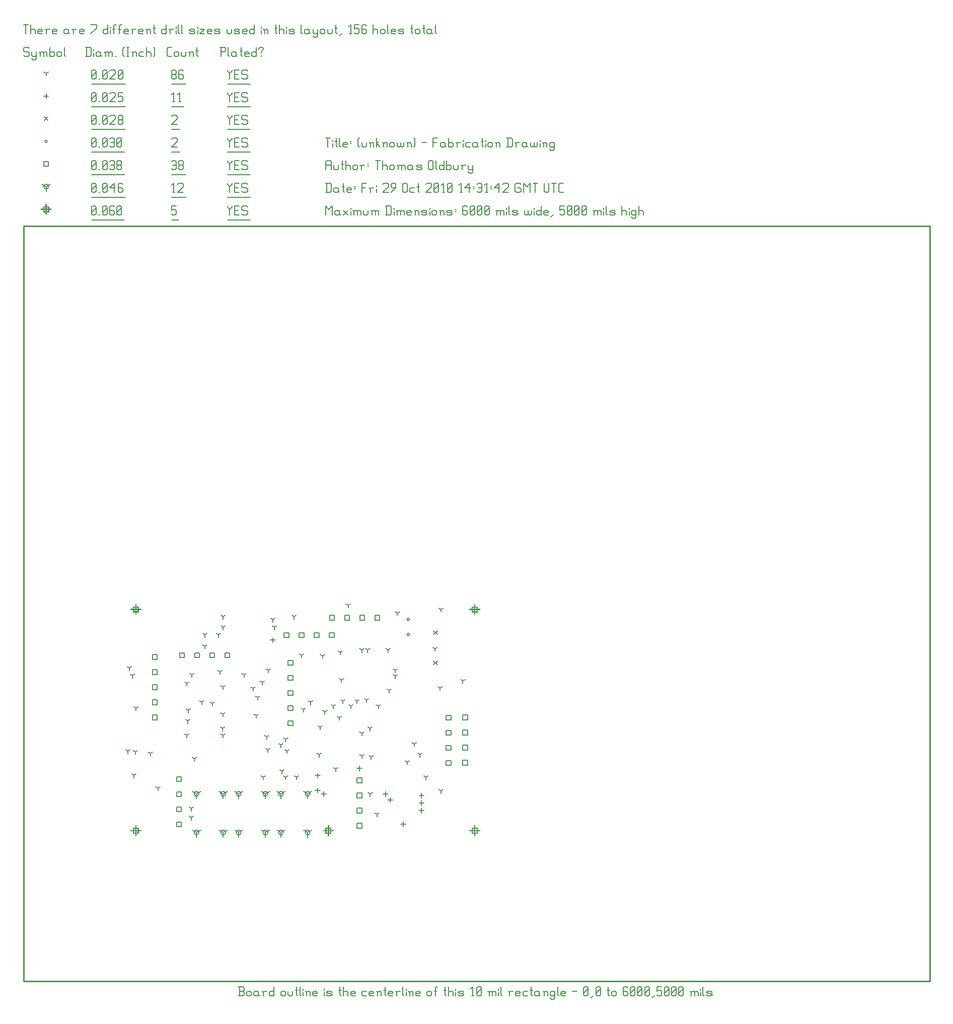
<source format=gbr>
G04 start of page 11 for group -3984 idx -3984 *
G04 Title: (unknown), fab *
G04 Creator: pcb 20091103 *
G04 CreationDate: Fri 29 Oct 2010 14:31:42 GMT UTC *
G04 For: thomas *
G04 Format: Gerber/RS-274X *
G04 PCB-Dimensions: 600000 500000 *
G04 PCB-Coordinate-Origin: lower left *
%MOIN*%
%FSLAX25Y25*%
%LNFAB*%
%ADD11C,0.0100*%
%ADD47C,0.0060*%
%ADD49R,0.0080X0.0080*%
G54D49*X74394Y103019D02*Y96619D01*
X71194Y99819D02*X77594D01*
X72794Y101419D02*X75994D01*
X72794D02*Y98219D01*
X75994D01*
Y101419D02*Y98219D01*
X201953Y103019D02*Y96619D01*
X198753Y99819D02*X205153D01*
X200353Y101419D02*X203553D01*
X200353D02*Y98219D01*
X203553D01*
Y101419D02*Y98219D01*
X298803Y249476D02*Y243076D01*
X295603Y246276D02*X302003D01*
X297203Y247876D02*X300403D01*
X297203D02*Y244676D01*
X300403D01*
Y247876D02*Y244676D01*
X298803Y103019D02*Y96619D01*
X295603Y99819D02*X302003D01*
X297203Y101419D02*X300403D01*
X297203D02*Y98219D01*
X300403D01*
Y101419D02*Y98219D01*
X74394Y249476D02*Y243076D01*
X71194Y246276D02*X77594D01*
X72794Y247876D02*X75994D01*
X72794D02*Y244676D01*
X75994D01*
Y247876D02*Y244676D01*
X15000Y514450D02*Y508050D01*
X11800Y511250D02*X18200D01*
X13400Y512850D02*X16600D01*
X13400D02*Y509650D01*
X16600D01*
Y512850D02*Y509650D01*
G54D47*X135000Y513500D02*Y512750D01*
X136500Y511250D01*
X138000Y512750D01*
Y513500D02*Y512750D01*
X136500Y511250D02*Y507500D01*
X139801Y510500D02*X142051D01*
X139801Y507500D02*X142801D01*
X139801Y513500D02*Y507500D01*
Y513500D02*X142801D01*
X147603D02*X148353Y512750D01*
X145353Y513500D02*X147603D01*
X144603Y512750D02*X145353Y513500D01*
X144603Y512750D02*Y511250D01*
X145353Y510500D01*
X147603D01*
X148353Y509750D01*
Y508250D01*
X147603Y507500D02*X148353Y508250D01*
X145353Y507500D02*X147603D01*
X144603Y508250D02*X145353Y507500D01*
X135000Y504249D02*X150154D01*
X98000Y513500D02*X101000D01*
X98000D02*Y510500D01*
X98750Y511250D01*
X100250D01*
X101000Y510500D01*
Y508250D01*
X100250Y507500D02*X101000Y508250D01*
X98750Y507500D02*X100250D01*
X98000Y508250D02*X98750Y507500D01*
X98000Y504249D02*X102801D01*
X45000Y508250D02*X45750Y507500D01*
X45000Y512750D02*Y508250D01*
Y512750D02*X45750Y513500D01*
X47250D01*
X48000Y512750D01*
Y508250D01*
X47250Y507500D02*X48000Y508250D01*
X45750Y507500D02*X47250D01*
X45000Y509000D02*X48000Y512000D01*
X49801Y507500D02*X50551D01*
X52353Y508250D02*X53103Y507500D01*
X52353Y512750D02*Y508250D01*
Y512750D02*X53103Y513500D01*
X54603D01*
X55353Y512750D01*
Y508250D01*
X54603Y507500D02*X55353Y508250D01*
X53103Y507500D02*X54603D01*
X52353Y509000D02*X55353Y512000D01*
X59404Y513500D02*X60154Y512750D01*
X57904Y513500D02*X59404D01*
X57154Y512750D02*X57904Y513500D01*
X57154Y512750D02*Y508250D01*
X57904Y507500D01*
X59404Y510500D02*X60154Y509750D01*
X57154Y510500D02*X59404D01*
X57904Y507500D02*X59404D01*
X60154Y508250D01*
Y509750D02*Y508250D01*
X61956D02*X62706Y507500D01*
X61956Y512750D02*Y508250D01*
Y512750D02*X62706Y513500D01*
X64206D01*
X64956Y512750D01*
Y508250D01*
X64206Y507500D02*X64956Y508250D01*
X62706Y507500D02*X64206D01*
X61956Y509000D02*X64956Y512000D01*
X45000Y504249D02*X66757D01*
X142504Y98638D02*Y95438D01*
Y98638D02*X145277Y100238D01*
X142504Y98638D02*X139731Y100238D01*
X140904Y98638D02*G75*G03X144104Y98638I1600J0D01*G01*
G75*G03X140904Y98638I-1600J0D01*G01*
X142504Y124228D02*Y121028D01*
Y124228D02*X145277Y125828D01*
X142504Y124228D02*X139731Y125828D01*
X140904Y124228D02*G75*G03X144104Y124228I1600J0D01*G01*
G75*G03X140904Y124228I-1600J0D01*G01*
X160220D02*Y121028D01*
Y124228D02*X162993Y125828D01*
X160220Y124228D02*X157447Y125828D01*
X158620Y124228D02*G75*G03X161820Y124228I1600J0D01*G01*
G75*G03X158620Y124228I-1600J0D01*G01*
X160220Y98638D02*Y95438D01*
Y98638D02*X162993Y100238D01*
X160220Y98638D02*X157447Y100238D01*
X158620Y98638D02*G75*G03X161820Y98638I1600J0D01*G01*
G75*G03X158620Y98638I-1600J0D01*G01*
X114551D02*Y95438D01*
Y98638D02*X117324Y100238D01*
X114551Y98638D02*X111778Y100238D01*
X112951Y98638D02*G75*G03X116151Y98638I1600J0D01*G01*
G75*G03X112951Y98638I-1600J0D01*G01*
X114551Y124228D02*Y121028D01*
Y124228D02*X117324Y125828D01*
X114551Y124228D02*X111778Y125828D01*
X112951Y124228D02*G75*G03X116151Y124228I1600J0D01*G01*
G75*G03X112951Y124228I-1600J0D01*G01*
X132267D02*Y121028D01*
Y124228D02*X135040Y125828D01*
X132267Y124228D02*X129494Y125828D01*
X130667Y124228D02*G75*G03X133867Y124228I1600J0D01*G01*
G75*G03X130667Y124228I-1600J0D01*G01*
X132267Y98638D02*Y95438D01*
Y98638D02*X135040Y100238D01*
X132267Y98638D02*X129494Y100238D01*
X130667Y98638D02*G75*G03X133867Y98638I1600J0D01*G01*
G75*G03X130667Y98638I-1600J0D01*G01*
X170457D02*Y95438D01*
Y98638D02*X173230Y100238D01*
X170457Y98638D02*X167684Y100238D01*
X168857Y98638D02*G75*G03X172057Y98638I1600J0D01*G01*
G75*G03X168857Y98638I-1600J0D01*G01*
X170457Y124228D02*Y121028D01*
Y124228D02*X173230Y125828D01*
X170457Y124228D02*X167684Y125828D01*
X168857Y124228D02*G75*G03X172057Y124228I1600J0D01*G01*
G75*G03X168857Y124228I-1600J0D01*G01*
X188173D02*Y121028D01*
Y124228D02*X190946Y125828D01*
X188173Y124228D02*X185400Y125828D01*
X186573Y124228D02*G75*G03X189773Y124228I1600J0D01*G01*
G75*G03X186573Y124228I-1600J0D01*G01*
X188173Y98638D02*Y95438D01*
Y98638D02*X190946Y100238D01*
X188173Y98638D02*X185400Y100238D01*
X186573Y98638D02*G75*G03X189773Y98638I1600J0D01*G01*
G75*G03X186573Y98638I-1600J0D01*G01*
X15000Y526250D02*Y523050D01*
Y526250D02*X17773Y527850D01*
X15000Y526250D02*X12227Y527850D01*
X13400Y526250D02*G75*G03X16600Y526250I1600J0D01*G01*
G75*G03X13400Y526250I-1600J0D01*G01*
X135000Y528500D02*Y527750D01*
X136500Y526250D01*
X138000Y527750D01*
Y528500D02*Y527750D01*
X136500Y526250D02*Y522500D01*
X139801Y525500D02*X142051D01*
X139801Y522500D02*X142801D01*
X139801Y528500D02*Y522500D01*
Y528500D02*X142801D01*
X147603D02*X148353Y527750D01*
X145353Y528500D02*X147603D01*
X144603Y527750D02*X145353Y528500D01*
X144603Y527750D02*Y526250D01*
X145353Y525500D01*
X147603D01*
X148353Y524750D01*
Y523250D01*
X147603Y522500D02*X148353Y523250D01*
X145353Y522500D02*X147603D01*
X144603Y523250D02*X145353Y522500D01*
X135000Y519249D02*X150154D01*
X98750Y522500D02*X100250D01*
X99500Y528500D02*Y522500D01*
X98000Y527000D02*X99500Y528500D01*
X102051Y527750D02*X102801Y528500D01*
X105051D01*
X105801Y527750D01*
Y526250D01*
X102051Y522500D02*X105801Y526250D01*
X102051Y522500D02*X105801D01*
X98000Y519249D02*X107603D01*
X45000Y523250D02*X45750Y522500D01*
X45000Y527750D02*Y523250D01*
Y527750D02*X45750Y528500D01*
X47250D01*
X48000Y527750D01*
Y523250D01*
X47250Y522500D02*X48000Y523250D01*
X45750Y522500D02*X47250D01*
X45000Y524000D02*X48000Y527000D01*
X49801Y522500D02*X50551D01*
X52353Y523250D02*X53103Y522500D01*
X52353Y527750D02*Y523250D01*
Y527750D02*X53103Y528500D01*
X54603D01*
X55353Y527750D01*
Y523250D01*
X54603Y522500D02*X55353Y523250D01*
X53103Y522500D02*X54603D01*
X52353Y524000D02*X55353Y527000D01*
X57154Y525500D02*X60154Y528500D01*
X57154Y525500D02*X60904D01*
X60154Y528500D02*Y522500D01*
X64956Y528500D02*X65706Y527750D01*
X63456Y528500D02*X64956D01*
X62706Y527750D02*X63456Y528500D01*
X62706Y527750D02*Y523250D01*
X63456Y522500D01*
X64956Y525500D02*X65706Y524750D01*
X62706Y525500D02*X64956D01*
X63456Y522500D02*X64956D01*
X65706Y523250D01*
Y524750D02*Y523250D01*
X45000Y519249D02*X67507D01*
X220825Y134805D02*X224025D01*
X220825D02*Y131605D01*
X224025D01*
Y134805D02*Y131605D01*
X220825Y124805D02*X224025D01*
X220825D02*Y121605D01*
X224025D01*
Y124805D02*Y121605D01*
X220825Y114805D02*X224025D01*
X220825D02*Y111605D01*
X224025D01*
Y114805D02*Y111605D01*
X220825Y104805D02*X224025D01*
X220825D02*Y101605D01*
X224025D01*
Y104805D02*Y101605D01*
X175156Y172522D02*X178356D01*
X175156D02*Y169322D01*
X178356D01*
Y172522D02*Y169322D01*
X175156Y182522D02*X178356D01*
X175156D02*Y179322D01*
X178356D01*
Y182522D02*Y179322D01*
X175156Y192522D02*X178356D01*
X175156D02*Y189322D01*
X178356D01*
Y192522D02*Y189322D01*
X175156Y202522D02*X178356D01*
X175156D02*Y199322D01*
X178356D01*
Y202522D02*Y199322D01*
X175156Y212522D02*X178356D01*
X175156D02*Y209322D01*
X178356D01*
Y212522D02*Y209322D01*
X279880Y146223D02*X283080D01*
X279880D02*Y143023D01*
X283080D01*
Y146223D02*Y143023D01*
X279880Y156223D02*X283080D01*
X279880D02*Y153023D01*
X283080D01*
Y156223D02*Y153023D01*
X279880Y166223D02*X283080D01*
X279880D02*Y163023D01*
X283080D01*
Y166223D02*Y163023D01*
X279880Y176223D02*X283080D01*
X279880D02*Y173023D01*
X283080D01*
Y176223D02*Y173023D01*
X101400Y105600D02*X104600D01*
X101400D02*Y102400D01*
X104600D01*
Y105600D02*Y102400D01*
X101400Y115600D02*X104600D01*
X101400D02*Y112400D01*
X104600D01*
Y115600D02*Y112400D01*
X101400Y125600D02*X104600D01*
X101400D02*Y122400D01*
X104600D01*
Y125600D02*Y122400D01*
X101400Y135600D02*X104600D01*
X101400D02*Y132400D01*
X104600D01*
Y135600D02*Y132400D01*
X202462Y230963D02*X205662D01*
X202462D02*Y227763D01*
X205662D01*
Y230963D02*Y227763D01*
X192462Y230963D02*X195662D01*
X192462D02*Y227763D01*
X195662D01*
Y230963D02*Y227763D01*
X182462Y230963D02*X185662D01*
X182462D02*Y227763D01*
X185662D01*
Y230963D02*Y227763D01*
X172462Y230963D02*X175662D01*
X172462D02*Y227763D01*
X175662D01*
Y230963D02*Y227763D01*
X85392Y216380D02*X88592D01*
X85392D02*Y213180D01*
X88592D01*
Y216380D02*Y213180D01*
X85392Y206380D02*X88592D01*
X85392D02*Y203180D01*
X88592D01*
Y206380D02*Y203180D01*
X85392Y196380D02*X88592D01*
X85392D02*Y193180D01*
X88592D01*
Y196380D02*Y193180D01*
X85392Y186380D02*X88592D01*
X85392D02*Y183180D01*
X88592D01*
Y186380D02*Y183180D01*
X85392Y176380D02*X88592D01*
X85392D02*Y173180D01*
X88592D01*
Y176380D02*Y173180D01*
X103400Y217600D02*X106600D01*
X103400D02*Y214400D01*
X106600D01*
Y217600D02*Y214400D01*
X113400Y217600D02*X116600D01*
X113400D02*Y214400D01*
X116600D01*
Y217600D02*Y214400D01*
X123400Y217600D02*X126600D01*
X123400D02*Y214400D01*
X126600D01*
Y217600D02*Y214400D01*
X133400Y217600D02*X136600D01*
X133400D02*Y214400D01*
X136600D01*
Y217600D02*Y214400D01*
X202715Y242364D02*X205915D01*
X202715D02*Y239164D01*
X205915D01*
Y242364D02*Y239164D01*
X212715Y242364D02*X215915D01*
X212715D02*Y239164D01*
X215915D01*
Y242364D02*Y239164D01*
X222715Y242364D02*X225915D01*
X222715D02*Y239164D01*
X225915D01*
Y242364D02*Y239164D01*
X232715Y242364D02*X235915D01*
X232715D02*Y239164D01*
X235915D01*
Y242364D02*Y239164D01*
X290904Y146302D02*X294104D01*
X290904D02*Y143102D01*
X294104D01*
Y146302D02*Y143102D01*
X290904Y156302D02*X294104D01*
X290904D02*Y153102D01*
X294104D01*
Y156302D02*Y153102D01*
X290904Y166302D02*X294104D01*
X290904D02*Y163102D01*
X294104D01*
Y166302D02*Y163102D01*
X290904Y176302D02*X294104D01*
X290904D02*Y173102D01*
X294104D01*
Y176302D02*Y173102D01*
X13400Y542850D02*X16600D01*
X13400D02*Y539650D01*
X16600D01*
Y542850D02*Y539650D01*
X135000Y543500D02*Y542750D01*
X136500Y541250D01*
X138000Y542750D01*
Y543500D02*Y542750D01*
X136500Y541250D02*Y537500D01*
X139801Y540500D02*X142051D01*
X139801Y537500D02*X142801D01*
X139801Y543500D02*Y537500D01*
Y543500D02*X142801D01*
X147603D02*X148353Y542750D01*
X145353Y543500D02*X147603D01*
X144603Y542750D02*X145353Y543500D01*
X144603Y542750D02*Y541250D01*
X145353Y540500D01*
X147603D01*
X148353Y539750D01*
Y538250D01*
X147603Y537500D02*X148353Y538250D01*
X145353Y537500D02*X147603D01*
X144603Y538250D02*X145353Y537500D01*
X135000Y534249D02*X150154D01*
X98000Y542750D02*X98750Y543500D01*
X100250D01*
X101000Y542750D01*
Y538250D01*
X100250Y537500D02*X101000Y538250D01*
X98750Y537500D02*X100250D01*
X98000Y538250D02*X98750Y537500D01*
Y540500D02*X101000D01*
X102801Y538250D02*X103551Y537500D01*
X102801Y539750D02*Y538250D01*
Y539750D02*X103551Y540500D01*
X105051D01*
X105801Y539750D01*
Y538250D01*
X105051Y537500D02*X105801Y538250D01*
X103551Y537500D02*X105051D01*
X102801Y541250D02*X103551Y540500D01*
X102801Y542750D02*Y541250D01*
Y542750D02*X103551Y543500D01*
X105051D01*
X105801Y542750D01*
Y541250D01*
X105051Y540500D02*X105801Y541250D01*
X98000Y534249D02*X107603D01*
X45000Y538250D02*X45750Y537500D01*
X45000Y542750D02*Y538250D01*
Y542750D02*X45750Y543500D01*
X47250D01*
X48000Y542750D01*
Y538250D01*
X47250Y537500D02*X48000Y538250D01*
X45750Y537500D02*X47250D01*
X45000Y539000D02*X48000Y542000D01*
X49801Y537500D02*X50551D01*
X52353Y538250D02*X53103Y537500D01*
X52353Y542750D02*Y538250D01*
Y542750D02*X53103Y543500D01*
X54603D01*
X55353Y542750D01*
Y538250D01*
X54603Y537500D02*X55353Y538250D01*
X53103Y537500D02*X54603D01*
X52353Y539000D02*X55353Y542000D01*
X57154Y542750D02*X57904Y543500D01*
X59404D01*
X60154Y542750D01*
Y538250D01*
X59404Y537500D02*X60154Y538250D01*
X57904Y537500D02*X59404D01*
X57154Y538250D02*X57904Y537500D01*
Y540500D02*X60154D01*
X61956Y538250D02*X62706Y537500D01*
X61956Y539750D02*Y538250D01*
Y539750D02*X62706Y540500D01*
X64206D01*
X64956Y539750D01*
Y538250D01*
X64206Y537500D02*X64956Y538250D01*
X62706Y537500D02*X64206D01*
X61956Y541250D02*X62706Y540500D01*
X61956Y542750D02*Y541250D01*
Y542750D02*X62706Y543500D01*
X64206D01*
X64956Y542750D01*
Y541250D01*
X64206Y540500D02*X64956Y541250D01*
X45000Y534249D02*X66757D01*
X253909Y239741D02*G75*G03X255509Y239741I800J0D01*G01*
G75*G03X253909Y239741I-800J0D01*G01*
Y229741D02*G75*G03X255509Y229741I800J0D01*G01*
G75*G03X253909Y229741I-800J0D01*G01*
X14200Y556250D02*G75*G03X15800Y556250I800J0D01*G01*
G75*G03X14200Y556250I-800J0D01*G01*
X135000Y558500D02*Y557750D01*
X136500Y556250D01*
X138000Y557750D01*
Y558500D02*Y557750D01*
X136500Y556250D02*Y552500D01*
X139801Y555500D02*X142051D01*
X139801Y552500D02*X142801D01*
X139801Y558500D02*Y552500D01*
Y558500D02*X142801D01*
X147603D02*X148353Y557750D01*
X145353Y558500D02*X147603D01*
X144603Y557750D02*X145353Y558500D01*
X144603Y557750D02*Y556250D01*
X145353Y555500D01*
X147603D01*
X148353Y554750D01*
Y553250D01*
X147603Y552500D02*X148353Y553250D01*
X145353Y552500D02*X147603D01*
X144603Y553250D02*X145353Y552500D01*
X135000Y549249D02*X150154D01*
X98000Y557750D02*X98750Y558500D01*
X101000D01*
X101750Y557750D01*
Y556250D01*
X98000Y552500D02*X101750Y556250D01*
X98000Y552500D02*X101750D01*
X98000Y549249D02*X103551D01*
X45000Y553250D02*X45750Y552500D01*
X45000Y557750D02*Y553250D01*
Y557750D02*X45750Y558500D01*
X47250D01*
X48000Y557750D01*
Y553250D01*
X47250Y552500D02*X48000Y553250D01*
X45750Y552500D02*X47250D01*
X45000Y554000D02*X48000Y557000D01*
X49801Y552500D02*X50551D01*
X52353Y553250D02*X53103Y552500D01*
X52353Y557750D02*Y553250D01*
Y557750D02*X53103Y558500D01*
X54603D01*
X55353Y557750D01*
Y553250D01*
X54603Y552500D02*X55353Y553250D01*
X53103Y552500D02*X54603D01*
X52353Y554000D02*X55353Y557000D01*
X57154Y557750D02*X57904Y558500D01*
X59404D01*
X60154Y557750D01*
Y553250D01*
X59404Y552500D02*X60154Y553250D01*
X57904Y552500D02*X59404D01*
X57154Y553250D02*X57904Y552500D01*
Y555500D02*X60154D01*
X61956Y553250D02*X62706Y552500D01*
X61956Y557750D02*Y553250D01*
Y557750D02*X62706Y558500D01*
X64206D01*
X64956Y557750D01*
Y553250D01*
X64206Y552500D02*X64956Y553250D01*
X62706Y552500D02*X64206D01*
X61956Y554000D02*X64956Y557000D01*
X45000Y549249D02*X66757D01*
X271619Y232154D02*X274019Y229754D01*
X271619D02*X274019Y232154D01*
X271619Y212154D02*X274019Y209754D01*
X271619D02*X274019Y212154D01*
X13800Y572450D02*X16200Y570050D01*
X13800D02*X16200Y572450D01*
X135000Y573500D02*Y572750D01*
X136500Y571250D01*
X138000Y572750D01*
Y573500D02*Y572750D01*
X136500Y571250D02*Y567500D01*
X139801Y570500D02*X142051D01*
X139801Y567500D02*X142801D01*
X139801Y573500D02*Y567500D01*
Y573500D02*X142801D01*
X147603D02*X148353Y572750D01*
X145353Y573500D02*X147603D01*
X144603Y572750D02*X145353Y573500D01*
X144603Y572750D02*Y571250D01*
X145353Y570500D01*
X147603D01*
X148353Y569750D01*
Y568250D01*
X147603Y567500D02*X148353Y568250D01*
X145353Y567500D02*X147603D01*
X144603Y568250D02*X145353Y567500D01*
X135000Y564249D02*X150154D01*
X98000Y572750D02*X98750Y573500D01*
X101000D01*
X101750Y572750D01*
Y571250D01*
X98000Y567500D02*X101750Y571250D01*
X98000Y567500D02*X101750D01*
X98000Y564249D02*X103551D01*
X45000Y568250D02*X45750Y567500D01*
X45000Y572750D02*Y568250D01*
Y572750D02*X45750Y573500D01*
X47250D01*
X48000Y572750D01*
Y568250D01*
X47250Y567500D02*X48000Y568250D01*
X45750Y567500D02*X47250D01*
X45000Y569000D02*X48000Y572000D01*
X49801Y567500D02*X50551D01*
X52353Y568250D02*X53103Y567500D01*
X52353Y572750D02*Y568250D01*
Y572750D02*X53103Y573500D01*
X54603D01*
X55353Y572750D01*
Y568250D01*
X54603Y567500D02*X55353Y568250D01*
X53103Y567500D02*X54603D01*
X52353Y569000D02*X55353Y572000D01*
X57154Y572750D02*X57904Y573500D01*
X60154D01*
X60904Y572750D01*
Y571250D01*
X57154Y567500D02*X60904Y571250D01*
X57154Y567500D02*X60904D01*
X62706Y568250D02*X63456Y567500D01*
X62706Y569750D02*Y568250D01*
Y569750D02*X63456Y570500D01*
X64956D01*
X65706Y569750D01*
Y568250D01*
X64956Y567500D02*X65706Y568250D01*
X63456Y567500D02*X64956D01*
X62706Y571250D02*X63456Y570500D01*
X62706Y572750D02*Y571250D01*
Y572750D02*X63456Y573500D01*
X64956D01*
X65706Y572750D01*
Y571250D01*
X64956Y570500D02*X65706Y571250D01*
X45000Y564249D02*X67507D01*
X263625Y124805D02*Y121605D01*
X262025Y123205D02*X265225D01*
X222425Y142805D02*Y139605D01*
X220825Y141205D02*X224025D01*
X263625Y119805D02*Y116605D01*
X262025Y118205D02*X265225D01*
X263625Y114805D02*Y111605D01*
X262025Y113205D02*X265225D01*
X198803Y125829D02*Y122629D01*
X197203Y124229D02*X200403D01*
X242898Y121892D02*Y118692D01*
X241298Y120292D02*X244498D01*
X239748Y125829D02*Y122629D01*
X238148Y124229D02*X241348D01*
X251425Y105805D02*Y102605D01*
X249825Y104205D02*X253025D01*
X165000Y227600D02*Y224400D01*
X163400Y226000D02*X166600D01*
X194866Y128234D02*Y125034D01*
X193266Y126634D02*X196466D01*
X194866Y137927D02*Y134727D01*
X193266Y136327D02*X196466D01*
X15000Y587850D02*Y584650D01*
X13400Y586250D02*X16600D01*
X135000Y588500D02*Y587750D01*
X136500Y586250D01*
X138000Y587750D01*
Y588500D02*Y587750D01*
X136500Y586250D02*Y582500D01*
X139801Y585500D02*X142051D01*
X139801Y582500D02*X142801D01*
X139801Y588500D02*Y582500D01*
Y588500D02*X142801D01*
X147603D02*X148353Y587750D01*
X145353Y588500D02*X147603D01*
X144603Y587750D02*X145353Y588500D01*
X144603Y587750D02*Y586250D01*
X145353Y585500D01*
X147603D01*
X148353Y584750D01*
Y583250D01*
X147603Y582500D02*X148353Y583250D01*
X145353Y582500D02*X147603D01*
X144603Y583250D02*X145353Y582500D01*
X135000Y579249D02*X150154D01*
X98750Y582500D02*X100250D01*
X99500Y588500D02*Y582500D01*
X98000Y587000D02*X99500Y588500D01*
X102801Y582500D02*X104301D01*
X103551Y588500D02*Y582500D01*
X102051Y587000D02*X103551Y588500D01*
X98000Y579249D02*X106103D01*
X45000Y583250D02*X45750Y582500D01*
X45000Y587750D02*Y583250D01*
Y587750D02*X45750Y588500D01*
X47250D01*
X48000Y587750D01*
Y583250D01*
X47250Y582500D02*X48000Y583250D01*
X45750Y582500D02*X47250D01*
X45000Y584000D02*X48000Y587000D01*
X49801Y582500D02*X50551D01*
X52353Y583250D02*X53103Y582500D01*
X52353Y587750D02*Y583250D01*
Y587750D02*X53103Y588500D01*
X54603D01*
X55353Y587750D01*
Y583250D01*
X54603Y582500D02*X55353Y583250D01*
X53103Y582500D02*X54603D01*
X52353Y584000D02*X55353Y587000D01*
X57154Y587750D02*X57904Y588500D01*
X60154D01*
X60904Y587750D01*
Y586250D01*
X57154Y582500D02*X60904Y586250D01*
X57154Y582500D02*X60904D01*
X62706Y588500D02*X65706D01*
X62706D02*Y585500D01*
X63456Y586250D01*
X64956D01*
X65706Y585500D01*
Y583250D01*
X64956Y582500D02*X65706Y583250D01*
X63456Y582500D02*X64956D01*
X62706Y583250D02*X63456Y582500D01*
X45000Y579249D02*X67507D01*
X111095Y114560D02*Y112960D01*
Y114560D02*X112481Y115360D01*
X111095Y114560D02*X109709Y115360D01*
X290929Y199033D02*Y197433D01*
Y199033D02*X292315Y199833D01*
X290929Y199033D02*X289543Y199833D01*
X266425Y135205D02*Y133605D01*
Y135205D02*X267811Y136005D01*
X266425Y135205D02*X265039Y136005D01*
X229625Y124205D02*Y122605D01*
Y124205D02*X231011Y125005D01*
X229625Y124205D02*X228239Y125005D01*
X276425Y126205D02*Y124605D01*
Y126205D02*X277811Y127005D01*
X276425Y126205D02*X275039Y127005D01*
X254217Y145292D02*Y143692D01*
Y145292D02*X255603Y146092D01*
X254217Y145292D02*X252831Y146092D01*
X229512Y167536D02*Y165936D01*
Y167536D02*X230898Y168336D01*
X229512Y167536D02*X228126Y168336D01*
X216914Y182497D02*Y180897D01*
Y182497D02*X218300Y183297D01*
X216914Y182497D02*X215528Y183297D01*
X190142Y184859D02*Y183259D01*
Y184859D02*X191528Y185659D01*
X190142Y184859D02*X188756Y185659D01*
X227937Y219505D02*Y217905D01*
Y219505D02*X229323Y220305D01*
X227937Y219505D02*X226551Y220305D01*
X246047Y206119D02*Y204519D01*
Y206119D02*X247433Y206919D01*
X246047Y206119D02*X244661Y206919D01*
X246047Y202182D02*Y200582D01*
Y202182D02*X247433Y202982D01*
X246047Y202182D02*X244661Y202982D01*
X224000Y219505D02*Y217905D01*
Y219505D02*X225386Y220305D01*
X224000Y219505D02*X222614Y220305D01*
X234025Y110705D02*Y109105D01*
Y110705D02*X235411Y111505D01*
X234025Y110705D02*X232639Y111505D01*
X227150Y186434D02*Y184834D01*
Y186434D02*X228536Y187234D01*
X227150Y186434D02*X225764Y187234D01*
X210614Y199820D02*Y198220D01*
Y199820D02*X212000Y200620D01*
X210614Y199820D02*X209228Y200620D01*
X185417Y180135D02*Y178535D01*
Y180135D02*X186803Y180935D01*
X185417Y180135D02*X184031Y180935D01*
X211402Y185646D02*Y184046D01*
Y185646D02*X212788Y186446D01*
X211402Y185646D02*X210016Y186446D01*
X205103Y182497D02*Y180897D01*
Y182497D02*X206489Y183297D01*
X205103Y182497D02*X203717Y183297D01*
X262583Y150213D02*Y148613D01*
Y150213D02*X263969Y151013D01*
X262583Y150213D02*X261197Y151013D01*
X258646Y157300D02*Y155700D01*
Y157300D02*X260032Y158100D01*
X258646Y157300D02*X257260Y158100D01*
X199591Y178560D02*Y176960D01*
Y178560D02*X200977Y179360D01*
X199591Y178560D02*X198205Y179360D01*
X180693Y135252D02*Y133652D01*
Y135252D02*X182079Y136052D01*
X180693Y135252D02*X179307Y136052D01*
X224000Y164387D02*Y162787D01*
Y164387D02*X225386Y165187D01*
X224000Y164387D02*X222614Y165187D01*
X220851Y185646D02*Y184046D01*
Y185646D02*X222237Y186446D01*
X220851Y185646D02*X219465Y186446D01*
X184000Y216000D02*Y214400D01*
Y216000D02*X185386Y216800D01*
X184000Y216000D02*X182614Y216800D01*
X224000Y149426D02*Y147826D01*
Y149426D02*X225386Y150226D01*
X224000Y149426D02*X222614Y150226D01*
X275969Y194308D02*Y192708D01*
Y194308D02*X277355Y195108D01*
X275969Y194308D02*X274583Y195108D01*
X195654Y150214D02*Y148614D01*
Y150214D02*X197040Y151014D01*
X195654Y150214D02*X194268Y151014D01*
X230299Y148639D02*Y147039D01*
Y148639D02*X231685Y149439D01*
X230299Y148639D02*X228913Y149439D01*
X174394Y152575D02*Y150975D01*
Y152575D02*X175780Y153375D01*
X174394Y152575D02*X173008Y153375D01*
X209827Y217930D02*Y216330D01*
Y217930D02*X211213Y218730D01*
X209827Y217930D02*X208441Y218730D01*
X198016Y215568D02*Y213968D01*
Y215568D02*X199402Y216368D01*
X198016Y215568D02*X196630Y216368D01*
X247622Y243913D02*Y242313D01*
Y243913D02*X249008Y244713D01*
X247622Y243913D02*X246236Y244713D01*
X162000Y206000D02*Y204400D01*
Y206000D02*X163386Y206800D01*
X162000Y206000D02*X160614Y206800D01*
X171244Y139189D02*Y137589D01*
Y139189D02*X172630Y139989D01*
X171244Y139189D02*X169858Y139989D01*
X170457Y156512D02*Y154912D01*
Y156512D02*X171843Y157312D01*
X170457Y156512D02*X169071Y157312D01*
X161795Y153362D02*Y151762D01*
Y153362D02*X163181Y154162D01*
X161795Y153362D02*X160409Y154162D01*
X235024Y182496D02*Y180896D01*
Y182496D02*X236410Y183296D01*
X235024Y182496D02*X233638Y183296D01*
X242110Y192732D02*Y191132D01*
Y192732D02*X243496Y193532D01*
X242110Y192732D02*X240724Y193532D01*
X108739Y172560D02*Y170960D01*
Y172560D02*X110125Y173360D01*
X108739Y172560D02*X107353Y173360D01*
X131899Y167560D02*Y165960D01*
Y167560D02*X133285Y168360D01*
X131899Y167560D02*X130513Y168360D01*
X173606Y160449D02*Y158849D01*
Y160449D02*X174992Y161249D01*
X173606Y160449D02*X172220Y161249D01*
X272394Y220276D02*Y218676D01*
Y220276D02*X273780Y221076D01*
X272394Y220276D02*X271008Y221076D01*
X241323Y219504D02*Y217904D01*
Y219504D02*X242709Y220304D01*
X241323Y219504D02*X239937Y220304D01*
X111402Y202969D02*Y201369D01*
Y202969D02*X112788Y203769D01*
X111402Y202969D02*X110016Y203769D01*
X113267Y147560D02*Y145960D01*
Y147560D02*X114653Y148360D01*
X113267Y147560D02*X111881Y148360D01*
X132000Y163000D02*Y161400D01*
Y163000D02*X133386Y163800D01*
X132000Y163000D02*X130614Y163800D01*
X276394Y246276D02*Y244676D01*
Y246276D02*X277780Y247076D01*
X276394Y246276D02*X275008Y247076D01*
X209039Y174622D02*Y173022D01*
Y174622D02*X210425Y175422D01*
X209039Y174622D02*X207653Y175422D01*
X196441Y168323D02*Y166723D01*
Y168323D02*X197827Y169123D01*
X196441Y168323D02*X195055Y169123D01*
X108252Y197457D02*Y195857D01*
Y197457D02*X109638Y198257D01*
X108252Y197457D02*X106866Y198257D01*
X158646Y135252D02*Y133652D01*
Y135252D02*X160032Y136052D01*
X158646Y135252D02*X157260Y136052D01*
X173606Y135252D02*Y133652D01*
Y135252D02*X174992Y136052D01*
X173606Y135252D02*X172220Y136052D01*
X206677Y140764D02*Y139164D01*
Y140764D02*X208063Y141564D01*
X206677Y140764D02*X205291Y141564D01*
X152000Y194000D02*Y192400D01*
Y194000D02*X153386Y194800D01*
X152000Y194000D02*X150614Y194800D01*
X132000Y195000D02*Y193400D01*
Y195000D02*X133386Y195800D01*
X132000Y195000D02*X130614Y195800D01*
X130000Y205000D02*Y203400D01*
Y205000D02*X131386Y205800D01*
X130000Y205000D02*X128614Y205800D01*
X215000Y249000D02*Y247400D01*
Y249000D02*X216386Y249800D01*
X215000Y249000D02*X213614Y249800D01*
X132000Y177000D02*Y175400D01*
Y177000D02*X133386Y177800D01*
X132000Y177000D02*X130614Y177800D01*
X155000Y188000D02*Y186400D01*
Y188000D02*X156386Y188800D01*
X155000Y188000D02*X153614Y188800D01*
X146000Y203000D02*Y201400D01*
Y203000D02*X147386Y203800D01*
X146000Y203000D02*X144614Y203800D01*
X118000Y185000D02*Y183400D01*
Y185000D02*X119386Y185800D01*
X118000Y185000D02*X116614Y185800D01*
X125000Y184000D02*Y182400D01*
Y184000D02*X126386Y184800D01*
X125000Y184000D02*X123614Y184800D01*
X89000Y128000D02*Y126400D01*
Y128000D02*X90386Y128800D01*
X89000Y128000D02*X87614Y128800D01*
X108000Y163000D02*Y161400D01*
Y163000D02*X109386Y163800D01*
X108000Y163000D02*X106614Y163800D01*
X158000Y198000D02*Y196400D01*
Y198000D02*X159386Y198800D01*
X158000Y198000D02*X156614Y198800D01*
X161000Y162000D02*Y160400D01*
Y162000D02*X162386Y162800D01*
X161000Y162000D02*X159614Y162800D01*
X154000Y176000D02*Y174400D01*
Y176000D02*X155386Y176800D01*
X154000Y176000D02*X152614Y176800D01*
X120000Y222000D02*Y220400D01*
Y222000D02*X121386Y222800D01*
X120000Y222000D02*X118614Y222800D01*
X84000Y151000D02*Y149400D01*
Y151000D02*X85386Y151800D01*
X84000Y151000D02*X82614Y151800D01*
X74000Y152000D02*Y150400D01*
Y152000D02*X75386Y152800D01*
X74000Y152000D02*X72614Y152800D01*
X111095Y108560D02*Y106960D01*
Y108560D02*X112481Y109360D01*
X111095Y108560D02*X109709Y109360D01*
X73095Y136560D02*Y134960D01*
Y136560D02*X74481Y137360D01*
X73095Y136560D02*X71709Y137360D01*
X129095Y229560D02*Y227960D01*
Y229560D02*X130481Y230360D01*
X129095Y229560D02*X127709Y230360D01*
X120095Y229560D02*Y227960D01*
Y229560D02*X121481Y230360D01*
X120095Y229560D02*X118709Y230360D01*
X166095Y234560D02*Y232960D01*
Y234560D02*X167481Y235360D01*
X166095Y234560D02*X164709Y235360D01*
X179095Y241560D02*Y239960D01*
Y241560D02*X180481Y242360D01*
X179095Y241560D02*X177709Y242360D01*
X165095Y239560D02*Y237960D01*
Y239560D02*X166481Y240360D01*
X165095Y239560D02*X163709Y240360D01*
X132095Y234560D02*Y232960D01*
Y234560D02*X133481Y235360D01*
X132095Y234560D02*X130709Y235360D01*
X132095Y241560D02*Y239960D01*
Y241560D02*X133481Y242360D01*
X132095Y241560D02*X130709Y242360D01*
X69095Y152560D02*Y150960D01*
Y152560D02*X70481Y153360D01*
X69095Y152560D02*X67709Y153360D01*
X74603Y181052D02*Y179452D01*
Y181052D02*X75989Y181852D01*
X74603Y181052D02*X73217Y181852D01*
X109095Y179560D02*Y177960D01*
Y179560D02*X110481Y180360D01*
X109095Y179560D02*X107709Y180360D01*
X72095Y202560D02*Y200960D01*
Y202560D02*X73481Y203360D01*
X72095Y202560D02*X70709Y203360D01*
X70095Y207560D02*Y205960D01*
Y207560D02*X71481Y208360D01*
X70095Y207560D02*X68709Y208360D01*
X15000Y601250D02*Y599650D01*
Y601250D02*X16386Y602050D01*
X15000Y601250D02*X13614Y602050D01*
X135000Y603500D02*Y602750D01*
X136500Y601250D01*
X138000Y602750D01*
Y603500D02*Y602750D01*
X136500Y601250D02*Y597500D01*
X139801Y600500D02*X142051D01*
X139801Y597500D02*X142801D01*
X139801Y603500D02*Y597500D01*
Y603500D02*X142801D01*
X147603D02*X148353Y602750D01*
X145353Y603500D02*X147603D01*
X144603Y602750D02*X145353Y603500D01*
X144603Y602750D02*Y601250D01*
X145353Y600500D01*
X147603D01*
X148353Y599750D01*
Y598250D01*
X147603Y597500D02*X148353Y598250D01*
X145353Y597500D02*X147603D01*
X144603Y598250D02*X145353Y597500D01*
X135000Y594249D02*X150154D01*
X98000Y598250D02*X98750Y597500D01*
X98000Y599750D02*Y598250D01*
Y599750D02*X98750Y600500D01*
X100250D01*
X101000Y599750D01*
Y598250D01*
X100250Y597500D02*X101000Y598250D01*
X98750Y597500D02*X100250D01*
X98000Y601250D02*X98750Y600500D01*
X98000Y602750D02*Y601250D01*
Y602750D02*X98750Y603500D01*
X100250D01*
X101000Y602750D01*
Y601250D01*
X100250Y600500D02*X101000Y601250D01*
X105051Y603500D02*X105801Y602750D01*
X103551Y603500D02*X105051D01*
X102801Y602750D02*X103551Y603500D01*
X102801Y602750D02*Y598250D01*
X103551Y597500D01*
X105051Y600500D02*X105801Y599750D01*
X102801Y600500D02*X105051D01*
X103551Y597500D02*X105051D01*
X105801Y598250D01*
Y599750D02*Y598250D01*
X98000Y594249D02*X107603D01*
X45000Y598250D02*X45750Y597500D01*
X45000Y602750D02*Y598250D01*
Y602750D02*X45750Y603500D01*
X47250D01*
X48000Y602750D01*
Y598250D01*
X47250Y597500D02*X48000Y598250D01*
X45750Y597500D02*X47250D01*
X45000Y599000D02*X48000Y602000D01*
X49801Y597500D02*X50551D01*
X52353Y598250D02*X53103Y597500D01*
X52353Y602750D02*Y598250D01*
Y602750D02*X53103Y603500D01*
X54603D01*
X55353Y602750D01*
Y598250D01*
X54603Y597500D02*X55353Y598250D01*
X53103Y597500D02*X54603D01*
X52353Y599000D02*X55353Y602000D01*
X57154Y602750D02*X57904Y603500D01*
X60154D01*
X60904Y602750D01*
Y601250D01*
X57154Y597500D02*X60904Y601250D01*
X57154Y597500D02*X60904D01*
X62706Y598250D02*X63456Y597500D01*
X62706Y602750D02*Y598250D01*
Y602750D02*X63456Y603500D01*
X64956D01*
X65706Y602750D01*
Y598250D01*
X64956Y597500D02*X65706Y598250D01*
X63456Y597500D02*X64956D01*
X62706Y599000D02*X65706Y602000D01*
X45000Y594249D02*X67507D01*
X3000Y618500D02*X3750Y617750D01*
X750Y618500D02*X3000D01*
X0Y617750D02*X750Y618500D01*
X0Y617750D02*Y616250D01*
X750Y615500D01*
X3000D01*
X3750Y614750D01*
Y613250D01*
X3000Y612500D02*X3750Y613250D01*
X750Y612500D02*X3000D01*
X0Y613250D02*X750Y612500D01*
X5551Y615500D02*Y613250D01*
X6301Y612500D01*
X8551Y615500D02*Y611000D01*
X7801Y610250D02*X8551Y611000D01*
X6301Y610250D02*X7801D01*
X5551Y611000D02*X6301Y610250D01*
Y612500D02*X7801D01*
X8551Y613250D01*
X11103Y614750D02*Y612500D01*
Y614750D02*X11853Y615500D01*
X12603D01*
X13353Y614750D01*
Y612500D01*
Y614750D02*X14103Y615500D01*
X14853D01*
X15603Y614750D01*
Y612500D01*
X10353Y615500D02*X11103Y614750D01*
X17404Y618500D02*Y612500D01*
Y613250D02*X18154Y612500D01*
X19654D01*
X20404Y613250D01*
Y614750D02*Y613250D01*
X19654Y615500D02*X20404Y614750D01*
X18154Y615500D02*X19654D01*
X17404Y614750D02*X18154Y615500D01*
X22206Y614750D02*Y613250D01*
Y614750D02*X22956Y615500D01*
X24456D01*
X25206Y614750D01*
Y613250D01*
X24456Y612500D02*X25206Y613250D01*
X22956Y612500D02*X24456D01*
X22206Y613250D02*X22956Y612500D01*
X27007Y618500D02*Y613250D01*
X27757Y612500D01*
X41750Y618500D02*Y612500D01*
X44000Y618500D02*X44750Y617750D01*
Y613250D01*
X44000Y612500D02*X44750Y613250D01*
X41000Y612500D02*X44000D01*
X41000Y618500D02*X44000D01*
X46551Y617000D02*Y616250D01*
Y614750D02*Y612500D01*
X50303Y615500D02*X51053Y614750D01*
X48803Y615500D02*X50303D01*
X48053Y614750D02*X48803Y615500D01*
X48053Y614750D02*Y613250D01*
X48803Y612500D01*
X51053Y615500D02*Y613250D01*
X51803Y612500D01*
X48803D02*X50303D01*
X51053Y613250D01*
X54354Y614750D02*Y612500D01*
Y614750D02*X55104Y615500D01*
X55854D01*
X56604Y614750D01*
Y612500D01*
Y614750D02*X57354Y615500D01*
X58104D01*
X58854Y614750D01*
Y612500D01*
X53604Y615500D02*X54354Y614750D01*
X60656Y612500D02*X61406D01*
X65907Y613250D02*X66657Y612500D01*
X65907Y617750D02*X66657Y618500D01*
X65907Y617750D02*Y613250D01*
X68459Y618500D02*X69959D01*
X69209D02*Y612500D01*
X68459D02*X69959D01*
X72510Y614750D02*Y612500D01*
Y614750D02*X73260Y615500D01*
X74010D01*
X74760Y614750D01*
Y612500D01*
X71760Y615500D02*X72510Y614750D01*
X77312Y615500D02*X79562D01*
X76562Y614750D02*X77312Y615500D01*
X76562Y614750D02*Y613250D01*
X77312Y612500D01*
X79562D01*
X81363Y618500D02*Y612500D01*
Y614750D02*X82113Y615500D01*
X83613D01*
X84363Y614750D01*
Y612500D01*
X86165Y618500D02*X86915Y617750D01*
Y613250D01*
X86165Y612500D02*X86915Y613250D01*
X95750Y612500D02*X98000D01*
X95000Y613250D02*X95750Y612500D01*
X95000Y617750D02*Y613250D01*
Y617750D02*X95750Y618500D01*
X98000D01*
X99801Y614750D02*Y613250D01*
Y614750D02*X100551Y615500D01*
X102051D01*
X102801Y614750D01*
Y613250D01*
X102051Y612500D02*X102801Y613250D01*
X100551Y612500D02*X102051D01*
X99801Y613250D02*X100551Y612500D01*
X104603Y615500D02*Y613250D01*
X105353Y612500D01*
X106853D01*
X107603Y613250D01*
Y615500D02*Y613250D01*
X110154Y614750D02*Y612500D01*
Y614750D02*X110904Y615500D01*
X111654D01*
X112404Y614750D01*
Y612500D01*
X109404Y615500D02*X110154Y614750D01*
X114956Y618500D02*Y613250D01*
X115706Y612500D01*
X114206Y616250D02*X115706D01*
X130750Y618500D02*Y612500D01*
X130000Y618500D02*X133000D01*
X133750Y617750D01*
Y616250D01*
X133000Y615500D02*X133750Y616250D01*
X130750Y615500D02*X133000D01*
X135551Y618500D02*Y613250D01*
X136301Y612500D01*
X140053Y615500D02*X140803Y614750D01*
X138553Y615500D02*X140053D01*
X137803Y614750D02*X138553Y615500D01*
X137803Y614750D02*Y613250D01*
X138553Y612500D01*
X140803Y615500D02*Y613250D01*
X141553Y612500D01*
X138553D02*X140053D01*
X140803Y613250D01*
X144104Y618500D02*Y613250D01*
X144854Y612500D01*
X143354Y616250D02*X144854D01*
X147106Y612500D02*X149356D01*
X146356Y613250D02*X147106Y612500D01*
X146356Y614750D02*Y613250D01*
Y614750D02*X147106Y615500D01*
X148606D01*
X149356Y614750D01*
X146356Y614000D02*X149356D01*
Y614750D02*Y614000D01*
X154157Y618500D02*Y612500D01*
X153407D02*X154157Y613250D01*
X151907Y612500D02*X153407D01*
X151157Y613250D02*X151907Y612500D01*
X151157Y614750D02*Y613250D01*
Y614750D02*X151907Y615500D01*
X153407D01*
X154157Y614750D01*
X157459Y615500D02*Y614750D01*
Y613250D02*Y612500D01*
X155959Y617750D02*Y617000D01*
Y617750D02*X156709Y618500D01*
X158209D01*
X158959Y617750D01*
Y617000D01*
X157459Y615500D02*X158959Y617000D01*
X0Y633500D02*X3000D01*
X1500D02*Y627500D01*
X4801Y633500D02*Y627500D01*
Y629750D02*X5551Y630500D01*
X7051D01*
X7801Y629750D01*
Y627500D01*
X10353D02*X12603D01*
X9603Y628250D02*X10353Y627500D01*
X9603Y629750D02*Y628250D01*
Y629750D02*X10353Y630500D01*
X11853D01*
X12603Y629750D01*
X9603Y629000D02*X12603D01*
Y629750D02*Y629000D01*
X15154Y629750D02*Y627500D01*
Y629750D02*X15904Y630500D01*
X17404D01*
X14404D02*X15154Y629750D01*
X19956Y627500D02*X22206D01*
X19206Y628250D02*X19956Y627500D01*
X19206Y629750D02*Y628250D01*
Y629750D02*X19956Y630500D01*
X21456D01*
X22206Y629750D01*
X19206Y629000D02*X22206D01*
Y629750D02*Y629000D01*
X28957Y630500D02*X29707Y629750D01*
X27457Y630500D02*X28957D01*
X26707Y629750D02*X27457Y630500D01*
X26707Y629750D02*Y628250D01*
X27457Y627500D01*
X29707Y630500D02*Y628250D01*
X30457Y627500D01*
X27457D02*X28957D01*
X29707Y628250D01*
X33009Y629750D02*Y627500D01*
Y629750D02*X33759Y630500D01*
X35259D01*
X32259D02*X33009Y629750D01*
X37810Y627500D02*X40060D01*
X37060Y628250D02*X37810Y627500D01*
X37060Y629750D02*Y628250D01*
Y629750D02*X37810Y630500D01*
X39310D01*
X40060Y629750D01*
X37060Y629000D02*X40060D01*
Y629750D02*Y629000D01*
X44562Y627500D02*X48312Y631250D01*
Y633500D02*Y631250D01*
X44562Y633500D02*X48312D01*
X55813D02*Y627500D01*
X55063D02*X55813Y628250D01*
X53563Y627500D02*X55063D01*
X52813Y628250D02*X53563Y627500D01*
X52813Y629750D02*Y628250D01*
Y629750D02*X53563Y630500D01*
X55063D01*
X55813Y629750D01*
X57615Y632000D02*Y631250D01*
Y629750D02*Y627500D01*
X59866Y632750D02*Y627500D01*
Y632750D02*X60616Y633500D01*
X61366D01*
X59116Y630500D02*X60616D01*
X63618Y632750D02*Y627500D01*
Y632750D02*X64368Y633500D01*
X65118D01*
X62868Y630500D02*X64368D01*
X67369Y627500D02*X69619D01*
X66619Y628250D02*X67369Y627500D01*
X66619Y629750D02*Y628250D01*
Y629750D02*X67369Y630500D01*
X68869D01*
X69619Y629750D01*
X66619Y629000D02*X69619D01*
Y629750D02*Y629000D01*
X72171Y629750D02*Y627500D01*
Y629750D02*X72921Y630500D01*
X74421D01*
X71421D02*X72171Y629750D01*
X76972Y627500D02*X79222D01*
X76222Y628250D02*X76972Y627500D01*
X76222Y629750D02*Y628250D01*
Y629750D02*X76972Y630500D01*
X78472D01*
X79222Y629750D01*
X76222Y629000D02*X79222D01*
Y629750D02*Y629000D01*
X81774Y629750D02*Y627500D01*
Y629750D02*X82524Y630500D01*
X83274D01*
X84024Y629750D01*
Y627500D01*
X81024Y630500D02*X81774Y629750D01*
X86575Y633500D02*Y628250D01*
X87325Y627500D01*
X85825Y631250D02*X87325D01*
X94527Y633500D02*Y627500D01*
X93777D02*X94527Y628250D01*
X92277Y627500D02*X93777D01*
X91527Y628250D02*X92277Y627500D01*
X91527Y629750D02*Y628250D01*
Y629750D02*X92277Y630500D01*
X93777D01*
X94527Y629750D01*
X97078D02*Y627500D01*
Y629750D02*X97828Y630500D01*
X99328D01*
X96328D02*X97078Y629750D01*
X101130Y632000D02*Y631250D01*
Y629750D02*Y627500D01*
X102631Y633500D02*Y628250D01*
X103381Y627500D01*
X104883Y633500D02*Y628250D01*
X105633Y627500D01*
X110584D02*X112834D01*
X113584Y628250D01*
X112834Y629000D02*X113584Y628250D01*
X110584Y629000D02*X112834D01*
X109834Y629750D02*X110584Y629000D01*
X109834Y629750D02*X110584Y630500D01*
X112834D01*
X113584Y629750D01*
X109834Y628250D02*X110584Y627500D01*
X115386Y632000D02*Y631250D01*
Y629750D02*Y627500D01*
X116887Y630500D02*X119887D01*
X116887Y627500D02*X119887Y630500D01*
X116887Y627500D02*X119887D01*
X122439D02*X124689D01*
X121689Y628250D02*X122439Y627500D01*
X121689Y629750D02*Y628250D01*
Y629750D02*X122439Y630500D01*
X123939D01*
X124689Y629750D01*
X121689Y629000D02*X124689D01*
Y629750D02*Y629000D01*
X127240Y627500D02*X129490D01*
X130240Y628250D01*
X129490Y629000D02*X130240Y628250D01*
X127240Y629000D02*X129490D01*
X126490Y629750D02*X127240Y629000D01*
X126490Y629750D02*X127240Y630500D01*
X129490D01*
X130240Y629750D01*
X126490Y628250D02*X127240Y627500D01*
X134742Y630500D02*Y628250D01*
X135492Y627500D01*
X136992D01*
X137742Y628250D01*
Y630500D02*Y628250D01*
X140293Y627500D02*X142543D01*
X143293Y628250D01*
X142543Y629000D02*X143293Y628250D01*
X140293Y629000D02*X142543D01*
X139543Y629750D02*X140293Y629000D01*
X139543Y629750D02*X140293Y630500D01*
X142543D01*
X143293Y629750D01*
X139543Y628250D02*X140293Y627500D01*
X145845D02*X148095D01*
X145095Y628250D02*X145845Y627500D01*
X145095Y629750D02*Y628250D01*
Y629750D02*X145845Y630500D01*
X147345D01*
X148095Y629750D01*
X145095Y629000D02*X148095D01*
Y629750D02*Y629000D01*
X152896Y633500D02*Y627500D01*
X152146D02*X152896Y628250D01*
X150646Y627500D02*X152146D01*
X149896Y628250D02*X150646Y627500D01*
X149896Y629750D02*Y628250D01*
Y629750D02*X150646Y630500D01*
X152146D01*
X152896Y629750D01*
X157398Y632000D02*Y631250D01*
Y629750D02*Y627500D01*
X159649Y629750D02*Y627500D01*
Y629750D02*X160399Y630500D01*
X161149D01*
X161899Y629750D01*
Y627500D01*
X158899Y630500D02*X159649Y629750D01*
X167151Y633500D02*Y628250D01*
X167901Y627500D01*
X166401Y631250D02*X167901D01*
X169402Y633500D02*Y627500D01*
Y629750D02*X170152Y630500D01*
X171652D01*
X172402Y629750D01*
Y627500D01*
X174204Y632000D02*Y631250D01*
Y629750D02*Y627500D01*
X176455D02*X178705D01*
X179455Y628250D01*
X178705Y629000D02*X179455Y628250D01*
X176455Y629000D02*X178705D01*
X175705Y629750D02*X176455Y629000D01*
X175705Y629750D02*X176455Y630500D01*
X178705D01*
X179455Y629750D01*
X175705Y628250D02*X176455Y627500D01*
X183957Y633500D02*Y628250D01*
X184707Y627500D01*
X188458Y630500D02*X189208Y629750D01*
X186958Y630500D02*X188458D01*
X186208Y629750D02*X186958Y630500D01*
X186208Y629750D02*Y628250D01*
X186958Y627500D01*
X189208Y630500D02*Y628250D01*
X189958Y627500D01*
X186958D02*X188458D01*
X189208Y628250D01*
X191760Y630500D02*Y628250D01*
X192510Y627500D01*
X194760Y630500D02*Y626000D01*
X194010Y625250D02*X194760Y626000D01*
X192510Y625250D02*X194010D01*
X191760Y626000D02*X192510Y625250D01*
Y627500D02*X194010D01*
X194760Y628250D01*
X196561Y629750D02*Y628250D01*
Y629750D02*X197311Y630500D01*
X198811D01*
X199561Y629750D01*
Y628250D01*
X198811Y627500D02*X199561Y628250D01*
X197311Y627500D02*X198811D01*
X196561Y628250D02*X197311Y627500D01*
X201363Y630500D02*Y628250D01*
X202113Y627500D01*
X203613D01*
X204363Y628250D01*
Y630500D02*Y628250D01*
X206914Y633500D02*Y628250D01*
X207664Y627500D01*
X206164Y631250D02*X207664D01*
X209166Y626000D02*X210666Y627500D01*
X215917D02*X217417D01*
X216667Y633500D02*Y627500D01*
X215167Y632000D02*X216667Y633500D01*
X219219D02*X222219D01*
X219219D02*Y630500D01*
X219969Y631250D01*
X221469D01*
X222219Y630500D01*
Y628250D01*
X221469Y627500D02*X222219Y628250D01*
X219969Y627500D02*X221469D01*
X219219Y628250D02*X219969Y627500D01*
X226270Y633500D02*X227020Y632750D01*
X224770Y633500D02*X226270D01*
X224020Y632750D02*X224770Y633500D01*
X224020Y632750D02*Y628250D01*
X224770Y627500D01*
X226270Y630500D02*X227020Y629750D01*
X224020Y630500D02*X226270D01*
X224770Y627500D02*X226270D01*
X227020Y628250D01*
Y629750D02*Y628250D01*
X231522Y633500D02*Y627500D01*
Y629750D02*X232272Y630500D01*
X233772D01*
X234522Y629750D01*
Y627500D01*
X236323Y629750D02*Y628250D01*
Y629750D02*X237073Y630500D01*
X238573D01*
X239323Y629750D01*
Y628250D01*
X238573Y627500D02*X239323Y628250D01*
X237073Y627500D02*X238573D01*
X236323Y628250D02*X237073Y627500D01*
X241125Y633500D02*Y628250D01*
X241875Y627500D01*
X244126D02*X246376D01*
X243376Y628250D02*X244126Y627500D01*
X243376Y629750D02*Y628250D01*
Y629750D02*X244126Y630500D01*
X245626D01*
X246376Y629750D01*
X243376Y629000D02*X246376D01*
Y629750D02*Y629000D01*
X248928Y627500D02*X251178D01*
X251928Y628250D01*
X251178Y629000D02*X251928Y628250D01*
X248928Y629000D02*X251178D01*
X248178Y629750D02*X248928Y629000D01*
X248178Y629750D02*X248928Y630500D01*
X251178D01*
X251928Y629750D01*
X248178Y628250D02*X248928Y627500D01*
X257179Y633500D02*Y628250D01*
X257929Y627500D01*
X256429Y631250D02*X257929D01*
X259431Y629750D02*Y628250D01*
Y629750D02*X260181Y630500D01*
X261681D01*
X262431Y629750D01*
Y628250D01*
X261681Y627500D02*X262431Y628250D01*
X260181Y627500D02*X261681D01*
X259431Y628250D02*X260181Y627500D01*
X264982Y633500D02*Y628250D01*
X265732Y627500D01*
X264232Y631250D02*X265732D01*
X269484Y630500D02*X270234Y629750D01*
X267984Y630500D02*X269484D01*
X267234Y629750D02*X267984Y630500D01*
X267234Y629750D02*Y628250D01*
X267984Y627500D01*
X270234Y630500D02*Y628250D01*
X270984Y627500D01*
X267984D02*X269484D01*
X270234Y628250D01*
X272785Y633500D02*Y628250D01*
X273535Y627500D01*
G54D11*X0Y500000D02*X600000D01*
X0D02*Y0D01*
X600000Y500000D02*Y0D01*
X0D02*X600000D01*
G54D47*X200000Y513500D02*Y507500D01*
Y513500D02*X202250Y511250D01*
X204500Y513500D01*
Y507500D01*
X208551Y510500D02*X209301Y509750D01*
X207051Y510500D02*X208551D01*
X206301Y509750D02*X207051Y510500D01*
X206301Y509750D02*Y508250D01*
X207051Y507500D01*
X209301Y510500D02*Y508250D01*
X210051Y507500D01*
X207051D02*X208551D01*
X209301Y508250D01*
X211853Y510500D02*X214853Y507500D01*
X211853D02*X214853Y510500D01*
X216654Y512000D02*Y511250D01*
Y509750D02*Y507500D01*
X218906Y509750D02*Y507500D01*
Y509750D02*X219656Y510500D01*
X220406D01*
X221156Y509750D01*
Y507500D01*
Y509750D02*X221906Y510500D01*
X222656D01*
X223406Y509750D01*
Y507500D01*
X218156Y510500D02*X218906Y509750D01*
X225207Y510500D02*Y508250D01*
X225957Y507500D01*
X227457D01*
X228207Y508250D01*
Y510500D02*Y508250D01*
X230759Y509750D02*Y507500D01*
Y509750D02*X231509Y510500D01*
X232259D01*
X233009Y509750D01*
Y507500D01*
Y509750D02*X233759Y510500D01*
X234509D01*
X235259Y509750D01*
Y507500D01*
X230009Y510500D02*X230759Y509750D01*
X240510Y513500D02*Y507500D01*
X242760Y513500D02*X243510Y512750D01*
Y508250D01*
X242760Y507500D02*X243510Y508250D01*
X239760Y507500D02*X242760D01*
X239760Y513500D02*X242760D01*
X245312Y512000D02*Y511250D01*
Y509750D02*Y507500D01*
X247563Y509750D02*Y507500D01*
Y509750D02*X248313Y510500D01*
X249063D01*
X249813Y509750D01*
Y507500D01*
Y509750D02*X250563Y510500D01*
X251313D01*
X252063Y509750D01*
Y507500D01*
X246813Y510500D02*X247563Y509750D01*
X254615Y507500D02*X256865D01*
X253865Y508250D02*X254615Y507500D01*
X253865Y509750D02*Y508250D01*
Y509750D02*X254615Y510500D01*
X256115D01*
X256865Y509750D01*
X253865Y509000D02*X256865D01*
Y509750D02*Y509000D01*
X259416Y509750D02*Y507500D01*
Y509750D02*X260166Y510500D01*
X260916D01*
X261666Y509750D01*
Y507500D01*
X258666Y510500D02*X259416Y509750D01*
X264218Y507500D02*X266468D01*
X267218Y508250D01*
X266468Y509000D02*X267218Y508250D01*
X264218Y509000D02*X266468D01*
X263468Y509750D02*X264218Y509000D01*
X263468Y509750D02*X264218Y510500D01*
X266468D01*
X267218Y509750D01*
X263468Y508250D02*X264218Y507500D01*
X269019Y512000D02*Y511250D01*
Y509750D02*Y507500D01*
X270521Y509750D02*Y508250D01*
Y509750D02*X271271Y510500D01*
X272771D01*
X273521Y509750D01*
Y508250D01*
X272771Y507500D02*X273521Y508250D01*
X271271Y507500D02*X272771D01*
X270521Y508250D02*X271271Y507500D01*
X276072Y509750D02*Y507500D01*
Y509750D02*X276822Y510500D01*
X277572D01*
X278322Y509750D01*
Y507500D01*
X275322Y510500D02*X276072Y509750D01*
X280874Y507500D02*X283124D01*
X283874Y508250D01*
X283124Y509000D02*X283874Y508250D01*
X280874Y509000D02*X283124D01*
X280124Y509750D02*X280874Y509000D01*
X280124Y509750D02*X280874Y510500D01*
X283124D01*
X283874Y509750D01*
X280124Y508250D02*X280874Y507500D01*
X285675Y511250D02*X286425D01*
X285675Y509750D02*X286425D01*
X293177Y513500D02*X293927Y512750D01*
X291677Y513500D02*X293177D01*
X290927Y512750D02*X291677Y513500D01*
X290927Y512750D02*Y508250D01*
X291677Y507500D01*
X293177Y510500D02*X293927Y509750D01*
X290927Y510500D02*X293177D01*
X291677Y507500D02*X293177D01*
X293927Y508250D01*
Y509750D02*Y508250D01*
X295728D02*X296478Y507500D01*
X295728Y512750D02*Y508250D01*
Y512750D02*X296478Y513500D01*
X297978D01*
X298728Y512750D01*
Y508250D01*
X297978Y507500D02*X298728Y508250D01*
X296478Y507500D02*X297978D01*
X295728Y509000D02*X298728Y512000D01*
X300530Y508250D02*X301280Y507500D01*
X300530Y512750D02*Y508250D01*
Y512750D02*X301280Y513500D01*
X302780D01*
X303530Y512750D01*
Y508250D01*
X302780Y507500D02*X303530Y508250D01*
X301280Y507500D02*X302780D01*
X300530Y509000D02*X303530Y512000D01*
X305331Y508250D02*X306081Y507500D01*
X305331Y512750D02*Y508250D01*
Y512750D02*X306081Y513500D01*
X307581D01*
X308331Y512750D01*
Y508250D01*
X307581Y507500D02*X308331Y508250D01*
X306081Y507500D02*X307581D01*
X305331Y509000D02*X308331Y512000D01*
X313583Y509750D02*Y507500D01*
Y509750D02*X314333Y510500D01*
X315083D01*
X315833Y509750D01*
Y507500D01*
Y509750D02*X316583Y510500D01*
X317333D01*
X318083Y509750D01*
Y507500D01*
X312833Y510500D02*X313583Y509750D01*
X319884Y512000D02*Y511250D01*
Y509750D02*Y507500D01*
X321386Y513500D02*Y508250D01*
X322136Y507500D01*
X324387D02*X326637D01*
X327387Y508250D01*
X326637Y509000D02*X327387Y508250D01*
X324387Y509000D02*X326637D01*
X323637Y509750D02*X324387Y509000D01*
X323637Y509750D02*X324387Y510500D01*
X326637D01*
X327387Y509750D01*
X323637Y508250D02*X324387Y507500D01*
X331889Y510500D02*Y508250D01*
X332639Y507500D01*
X333389D01*
X334139Y508250D01*
Y510500D02*Y508250D01*
X334889Y507500D01*
X335639D01*
X336389Y508250D01*
Y510500D02*Y508250D01*
X338190Y512000D02*Y511250D01*
Y509750D02*Y507500D01*
X342692Y513500D02*Y507500D01*
X341942D02*X342692Y508250D01*
X340442Y507500D02*X341942D01*
X339692Y508250D02*X340442Y507500D01*
X339692Y509750D02*Y508250D01*
Y509750D02*X340442Y510500D01*
X341942D01*
X342692Y509750D01*
X345243Y507500D02*X347493D01*
X344493Y508250D02*X345243Y507500D01*
X344493Y509750D02*Y508250D01*
Y509750D02*X345243Y510500D01*
X346743D01*
X347493Y509750D01*
X344493Y509000D02*X347493D01*
Y509750D02*Y509000D01*
X349295Y506000D02*X350795Y507500D01*
X355296Y513500D02*X358296D01*
X355296D02*Y510500D01*
X356046Y511250D01*
X357546D01*
X358296Y510500D01*
Y508250D01*
X357546Y507500D02*X358296Y508250D01*
X356046Y507500D02*X357546D01*
X355296Y508250D02*X356046Y507500D01*
X360098Y508250D02*X360848Y507500D01*
X360098Y512750D02*Y508250D01*
Y512750D02*X360848Y513500D01*
X362348D01*
X363098Y512750D01*
Y508250D01*
X362348Y507500D02*X363098Y508250D01*
X360848Y507500D02*X362348D01*
X360098Y509000D02*X363098Y512000D01*
X364899Y508250D02*X365649Y507500D01*
X364899Y512750D02*Y508250D01*
Y512750D02*X365649Y513500D01*
X367149D01*
X367899Y512750D01*
Y508250D01*
X367149Y507500D02*X367899Y508250D01*
X365649Y507500D02*X367149D01*
X364899Y509000D02*X367899Y512000D01*
X369701Y508250D02*X370451Y507500D01*
X369701Y512750D02*Y508250D01*
Y512750D02*X370451Y513500D01*
X371951D01*
X372701Y512750D01*
Y508250D01*
X371951Y507500D02*X372701Y508250D01*
X370451Y507500D02*X371951D01*
X369701Y509000D02*X372701Y512000D01*
X377952Y509750D02*Y507500D01*
Y509750D02*X378702Y510500D01*
X379452D01*
X380202Y509750D01*
Y507500D01*
Y509750D02*X380952Y510500D01*
X381702D01*
X382452Y509750D01*
Y507500D01*
X377202Y510500D02*X377952Y509750D01*
X384254Y512000D02*Y511250D01*
Y509750D02*Y507500D01*
X385755Y513500D02*Y508250D01*
X386505Y507500D01*
X388757D02*X391007D01*
X391757Y508250D01*
X391007Y509000D02*X391757Y508250D01*
X388757Y509000D02*X391007D01*
X388007Y509750D02*X388757Y509000D01*
X388007Y509750D02*X388757Y510500D01*
X391007D01*
X391757Y509750D01*
X388007Y508250D02*X388757Y507500D01*
X396258Y513500D02*Y507500D01*
Y509750D02*X397008Y510500D01*
X398508D01*
X399258Y509750D01*
Y507500D01*
X401060Y512000D02*Y511250D01*
Y509750D02*Y507500D01*
X404811Y510500D02*X405561Y509750D01*
X403311Y510500D02*X404811D01*
X402561Y509750D02*X403311Y510500D01*
X402561Y509750D02*Y508250D01*
X403311Y507500D01*
X404811D01*
X405561Y508250D01*
X402561Y506000D02*X403311Y505250D01*
X404811D01*
X405561Y506000D01*
Y510500D02*Y506000D01*
X407363Y513500D02*Y507500D01*
Y509750D02*X408113Y510500D01*
X409613D01*
X410363Y509750D01*
Y507500D01*
X142226Y-9500D02*X145226D01*
X145976Y-8750D01*
Y-7250D02*Y-8750D01*
X145226Y-6500D02*X145976Y-7250D01*
X142976Y-6500D02*X145226D01*
X142976Y-3500D02*Y-9500D01*
X142226Y-3500D02*X145226D01*
X145976Y-4250D01*
Y-5750D01*
X145226Y-6500D02*X145976Y-5750D01*
X147777Y-7250D02*Y-8750D01*
Y-7250D02*X148527Y-6500D01*
X150027D01*
X150777Y-7250D01*
Y-8750D01*
X150027Y-9500D02*X150777Y-8750D01*
X148527Y-9500D02*X150027D01*
X147777Y-8750D02*X148527Y-9500D01*
X154829Y-6500D02*X155579Y-7250D01*
X153329Y-6500D02*X154829D01*
X152579Y-7250D02*X153329Y-6500D01*
X152579Y-7250D02*Y-8750D01*
X153329Y-9500D01*
X155579Y-6500D02*Y-8750D01*
X156329Y-9500D01*
X153329D02*X154829D01*
X155579Y-8750D01*
X158880Y-7250D02*Y-9500D01*
Y-7250D02*X159630Y-6500D01*
X161130D01*
X158130D02*X158880Y-7250D01*
X165932Y-3500D02*Y-9500D01*
X165182D02*X165932Y-8750D01*
X163682Y-9500D02*X165182D01*
X162932Y-8750D02*X163682Y-9500D01*
X162932Y-7250D02*Y-8750D01*
Y-7250D02*X163682Y-6500D01*
X165182D01*
X165932Y-7250D01*
X170433D02*Y-8750D01*
Y-7250D02*X171183Y-6500D01*
X172683D01*
X173433Y-7250D01*
Y-8750D01*
X172683Y-9500D02*X173433Y-8750D01*
X171183Y-9500D02*X172683D01*
X170433Y-8750D02*X171183Y-9500D01*
X175235Y-6500D02*Y-8750D01*
X175985Y-9500D01*
X177485D01*
X178235Y-8750D01*
Y-6500D02*Y-8750D01*
X180786Y-3500D02*Y-8750D01*
X181536Y-9500D01*
X180036Y-5750D02*X181536D01*
X183038Y-3500D02*Y-8750D01*
X183788Y-9500D01*
X185289Y-5000D02*Y-5750D01*
Y-7250D02*Y-9500D01*
X187541Y-7250D02*Y-9500D01*
Y-7250D02*X188291Y-6500D01*
X189041D01*
X189791Y-7250D01*
Y-9500D01*
X186791Y-6500D02*X187541Y-7250D01*
X192342Y-9500D02*X194592D01*
X191592Y-8750D02*X192342Y-9500D01*
X191592Y-7250D02*Y-8750D01*
Y-7250D02*X192342Y-6500D01*
X193842D01*
X194592Y-7250D01*
X191592Y-8000D02*X194592D01*
Y-7250D02*Y-8000D01*
X199094Y-5000D02*Y-5750D01*
Y-7250D02*Y-9500D01*
X201345D02*X203595D01*
X204345Y-8750D01*
X203595Y-8000D02*X204345Y-8750D01*
X201345Y-8000D02*X203595D01*
X200595Y-7250D02*X201345Y-8000D01*
X200595Y-7250D02*X201345Y-6500D01*
X203595D01*
X204345Y-7250D01*
X200595Y-8750D02*X201345Y-9500D01*
X209597Y-3500D02*Y-8750D01*
X210347Y-9500D01*
X208847Y-5750D02*X210347D01*
X211848Y-3500D02*Y-9500D01*
Y-7250D02*X212598Y-6500D01*
X214098D01*
X214848Y-7250D01*
Y-9500D01*
X217400D02*X219650D01*
X216650Y-8750D02*X217400Y-9500D01*
X216650Y-7250D02*Y-8750D01*
Y-7250D02*X217400Y-6500D01*
X218900D01*
X219650Y-7250D01*
X216650Y-8000D02*X219650D01*
Y-7250D02*Y-8000D01*
X224901Y-6500D02*X227151D01*
X224151Y-7250D02*X224901Y-6500D01*
X224151Y-7250D02*Y-8750D01*
X224901Y-9500D01*
X227151D01*
X229703D02*X231953D01*
X228953Y-8750D02*X229703Y-9500D01*
X228953Y-7250D02*Y-8750D01*
Y-7250D02*X229703Y-6500D01*
X231203D01*
X231953Y-7250D01*
X228953Y-8000D02*X231953D01*
Y-7250D02*Y-8000D01*
X234504Y-7250D02*Y-9500D01*
Y-7250D02*X235254Y-6500D01*
X236004D01*
X236754Y-7250D01*
Y-9500D01*
X233754Y-6500D02*X234504Y-7250D01*
X239306Y-3500D02*Y-8750D01*
X240056Y-9500D01*
X238556Y-5750D02*X240056D01*
X242307Y-9500D02*X244557D01*
X241557Y-8750D02*X242307Y-9500D01*
X241557Y-7250D02*Y-8750D01*
Y-7250D02*X242307Y-6500D01*
X243807D01*
X244557Y-7250D01*
X241557Y-8000D02*X244557D01*
Y-7250D02*Y-8000D01*
X247109Y-7250D02*Y-9500D01*
Y-7250D02*X247859Y-6500D01*
X249359D01*
X246359D02*X247109Y-7250D01*
X251160Y-3500D02*Y-8750D01*
X251910Y-9500D01*
X253412Y-5000D02*Y-5750D01*
Y-7250D02*Y-9500D01*
X255663Y-7250D02*Y-9500D01*
Y-7250D02*X256413Y-6500D01*
X257163D01*
X257913Y-7250D01*
Y-9500D01*
X254913Y-6500D02*X255663Y-7250D01*
X260465Y-9500D02*X262715D01*
X259715Y-8750D02*X260465Y-9500D01*
X259715Y-7250D02*Y-8750D01*
Y-7250D02*X260465Y-6500D01*
X261965D01*
X262715Y-7250D01*
X259715Y-8000D02*X262715D01*
Y-7250D02*Y-8000D01*
X267216Y-7250D02*Y-8750D01*
Y-7250D02*X267966Y-6500D01*
X269466D01*
X270216Y-7250D01*
Y-8750D01*
X269466Y-9500D02*X270216Y-8750D01*
X267966Y-9500D02*X269466D01*
X267216Y-8750D02*X267966Y-9500D01*
X272768Y-4250D02*Y-9500D01*
Y-4250D02*X273518Y-3500D01*
X274268D01*
X272018Y-6500D02*X273518D01*
X279219Y-3500D02*Y-8750D01*
X279969Y-9500D01*
X278469Y-5750D02*X279969D01*
X281471Y-3500D02*Y-9500D01*
Y-7250D02*X282221Y-6500D01*
X283721D01*
X284471Y-7250D01*
Y-9500D01*
X286272Y-5000D02*Y-5750D01*
Y-7250D02*Y-9500D01*
X288524D02*X290774D01*
X291524Y-8750D01*
X290774Y-8000D02*X291524Y-8750D01*
X288524Y-8000D02*X290774D01*
X287774Y-7250D02*X288524Y-8000D01*
X287774Y-7250D02*X288524Y-6500D01*
X290774D01*
X291524Y-7250D01*
X287774Y-8750D02*X288524Y-9500D01*
X296775D02*X298275D01*
X297525Y-3500D02*Y-9500D01*
X296025Y-5000D02*X297525Y-3500D01*
X300077Y-8750D02*X300827Y-9500D01*
X300077Y-4250D02*Y-8750D01*
Y-4250D02*X300827Y-3500D01*
X302327D01*
X303077Y-4250D01*
Y-8750D01*
X302327Y-9500D02*X303077Y-8750D01*
X300827Y-9500D02*X302327D01*
X300077Y-8000D02*X303077Y-5000D01*
X308328Y-7250D02*Y-9500D01*
Y-7250D02*X309078Y-6500D01*
X309828D01*
X310578Y-7250D01*
Y-9500D01*
Y-7250D02*X311328Y-6500D01*
X312078D01*
X312828Y-7250D01*
Y-9500D01*
X307578Y-6500D02*X308328Y-7250D01*
X314630Y-5000D02*Y-5750D01*
Y-7250D02*Y-9500D01*
X316131Y-3500D02*Y-8750D01*
X316881Y-9500D01*
X321833Y-7250D02*Y-9500D01*
Y-7250D02*X322583Y-6500D01*
X324083D01*
X321083D02*X321833Y-7250D01*
X326634Y-9500D02*X328884D01*
X325884Y-8750D02*X326634Y-9500D01*
X325884Y-7250D02*Y-8750D01*
Y-7250D02*X326634Y-6500D01*
X328134D01*
X328884Y-7250D01*
X325884Y-8000D02*X328884D01*
Y-7250D02*Y-8000D01*
X331436Y-6500D02*X333686D01*
X330686Y-7250D02*X331436Y-6500D01*
X330686Y-7250D02*Y-8750D01*
X331436Y-9500D01*
X333686D01*
X336237Y-3500D02*Y-8750D01*
X336987Y-9500D01*
X335487Y-5750D02*X336987D01*
X340739Y-6500D02*X341489Y-7250D01*
X339239Y-6500D02*X340739D01*
X338489Y-7250D02*X339239Y-6500D01*
X338489Y-7250D02*Y-8750D01*
X339239Y-9500D01*
X341489Y-6500D02*Y-8750D01*
X342239Y-9500D01*
X339239D02*X340739D01*
X341489Y-8750D01*
X344790Y-7250D02*Y-9500D01*
Y-7250D02*X345540Y-6500D01*
X346290D01*
X347040Y-7250D01*
Y-9500D01*
X344040Y-6500D02*X344790Y-7250D01*
X351092Y-6500D02*X351842Y-7250D01*
X349592Y-6500D02*X351092D01*
X348842Y-7250D02*X349592Y-6500D01*
X348842Y-7250D02*Y-8750D01*
X349592Y-9500D01*
X351092D01*
X351842Y-8750D01*
X348842Y-11000D02*X349592Y-11750D01*
X351092D01*
X351842Y-11000D01*
Y-6500D02*Y-11000D01*
X353643Y-3500D02*Y-8750D01*
X354393Y-9500D01*
X356645D02*X358895D01*
X355895Y-8750D02*X356645Y-9500D01*
X355895Y-7250D02*Y-8750D01*
Y-7250D02*X356645Y-6500D01*
X358145D01*
X358895Y-7250D01*
X355895Y-8000D02*X358895D01*
Y-7250D02*Y-8000D01*
X363396Y-6500D02*X366396D01*
X370898Y-8750D02*X371648Y-9500D01*
X370898Y-4250D02*Y-8750D01*
Y-4250D02*X371648Y-3500D01*
X373148D01*
X373898Y-4250D01*
Y-8750D01*
X373148Y-9500D02*X373898Y-8750D01*
X371648Y-9500D02*X373148D01*
X370898Y-8000D02*X373898Y-5000D01*
X375699Y-11000D02*X377199Y-9500D01*
X379001Y-8750D02*X379751Y-9500D01*
X379001Y-4250D02*Y-8750D01*
Y-4250D02*X379751Y-3500D01*
X381251D01*
X382001Y-4250D01*
Y-8750D01*
X381251Y-9500D02*X382001Y-8750D01*
X379751Y-9500D02*X381251D01*
X379001Y-8000D02*X382001Y-5000D01*
X387252Y-3500D02*Y-8750D01*
X388002Y-9500D01*
X386502Y-5750D02*X388002D01*
X389504Y-7250D02*Y-8750D01*
Y-7250D02*X390254Y-6500D01*
X391754D01*
X392504Y-7250D01*
Y-8750D01*
X391754Y-9500D02*X392504Y-8750D01*
X390254Y-9500D02*X391754D01*
X389504Y-8750D02*X390254Y-9500D01*
X399255Y-3500D02*X400005Y-4250D01*
X397755Y-3500D02*X399255D01*
X397005Y-4250D02*X397755Y-3500D01*
X397005Y-4250D02*Y-8750D01*
X397755Y-9500D01*
X399255Y-6500D02*X400005Y-7250D01*
X397005Y-6500D02*X399255D01*
X397755Y-9500D02*X399255D01*
X400005Y-8750D01*
Y-7250D02*Y-8750D01*
X401807D02*X402557Y-9500D01*
X401807Y-4250D02*Y-8750D01*
Y-4250D02*X402557Y-3500D01*
X404057D01*
X404807Y-4250D01*
Y-8750D01*
X404057Y-9500D02*X404807Y-8750D01*
X402557Y-9500D02*X404057D01*
X401807Y-8000D02*X404807Y-5000D01*
X406608Y-8750D02*X407358Y-9500D01*
X406608Y-4250D02*Y-8750D01*
Y-4250D02*X407358Y-3500D01*
X408858D01*
X409608Y-4250D01*
Y-8750D01*
X408858Y-9500D02*X409608Y-8750D01*
X407358Y-9500D02*X408858D01*
X406608Y-8000D02*X409608Y-5000D01*
X411410Y-8750D02*X412160Y-9500D01*
X411410Y-4250D02*Y-8750D01*
Y-4250D02*X412160Y-3500D01*
X413660D01*
X414410Y-4250D01*
Y-8750D01*
X413660Y-9500D02*X414410Y-8750D01*
X412160Y-9500D02*X413660D01*
X411410Y-8000D02*X414410Y-5000D01*
X416211Y-11000D02*X417711Y-9500D01*
X419513Y-3500D02*X422513D01*
X419513D02*Y-6500D01*
X420263Y-5750D01*
X421763D01*
X422513Y-6500D01*
Y-8750D01*
X421763Y-9500D02*X422513Y-8750D01*
X420263Y-9500D02*X421763D01*
X419513Y-8750D02*X420263Y-9500D01*
X424314Y-8750D02*X425064Y-9500D01*
X424314Y-4250D02*Y-8750D01*
Y-4250D02*X425064Y-3500D01*
X426564D01*
X427314Y-4250D01*
Y-8750D01*
X426564Y-9500D02*X427314Y-8750D01*
X425064Y-9500D02*X426564D01*
X424314Y-8000D02*X427314Y-5000D01*
X429116Y-8750D02*X429866Y-9500D01*
X429116Y-4250D02*Y-8750D01*
Y-4250D02*X429866Y-3500D01*
X431366D01*
X432116Y-4250D01*
Y-8750D01*
X431366Y-9500D02*X432116Y-8750D01*
X429866Y-9500D02*X431366D01*
X429116Y-8000D02*X432116Y-5000D01*
X433917Y-8750D02*X434667Y-9500D01*
X433917Y-4250D02*Y-8750D01*
Y-4250D02*X434667Y-3500D01*
X436167D01*
X436917Y-4250D01*
Y-8750D01*
X436167Y-9500D02*X436917Y-8750D01*
X434667Y-9500D02*X436167D01*
X433917Y-8000D02*X436917Y-5000D01*
X442169Y-7250D02*Y-9500D01*
Y-7250D02*X442919Y-6500D01*
X443669D01*
X444419Y-7250D01*
Y-9500D01*
Y-7250D02*X445169Y-6500D01*
X445919D01*
X446669Y-7250D01*
Y-9500D01*
X441419Y-6500D02*X442169Y-7250D01*
X448470Y-5000D02*Y-5750D01*
Y-7250D02*Y-9500D01*
X449972Y-3500D02*Y-8750D01*
X450722Y-9500D01*
X452973D02*X455223D01*
X455973Y-8750D01*
X455223Y-8000D02*X455973Y-8750D01*
X452973Y-8000D02*X455223D01*
X452223Y-7250D02*X452973Y-8000D01*
X452223Y-7250D02*X452973Y-6500D01*
X455223D01*
X455973Y-7250D01*
X452223Y-8750D02*X452973Y-9500D01*
X200750Y528500D02*Y522500D01*
X203000Y528500D02*X203750Y527750D01*
Y523250D01*
X203000Y522500D02*X203750Y523250D01*
X200000Y522500D02*X203000D01*
X200000Y528500D02*X203000D01*
X207801Y525500D02*X208551Y524750D01*
X206301Y525500D02*X207801D01*
X205551Y524750D02*X206301Y525500D01*
X205551Y524750D02*Y523250D01*
X206301Y522500D01*
X208551Y525500D02*Y523250D01*
X209301Y522500D01*
X206301D02*X207801D01*
X208551Y523250D01*
X211853Y528500D02*Y523250D01*
X212603Y522500D01*
X211103Y526250D02*X212603D01*
X214854Y522500D02*X217104D01*
X214104Y523250D02*X214854Y522500D01*
X214104Y524750D02*Y523250D01*
Y524750D02*X214854Y525500D01*
X216354D01*
X217104Y524750D01*
X214104Y524000D02*X217104D01*
Y524750D02*Y524000D01*
X218906Y526250D02*X219656D01*
X218906Y524750D02*X219656D01*
X224157Y528500D02*Y522500D01*
Y528500D02*X227157D01*
X224157Y525500D02*X226407D01*
X229709Y524750D02*Y522500D01*
Y524750D02*X230459Y525500D01*
X231959D01*
X228959D02*X229709Y524750D01*
X233760Y527000D02*Y526250D01*
Y524750D02*Y522500D01*
X237962Y527750D02*X238712Y528500D01*
X240962D01*
X241712Y527750D01*
Y526250D01*
X237962Y522500D02*X241712Y526250D01*
X237962Y522500D02*X241712D01*
X243513D02*X246513Y525500D01*
Y527750D02*Y525500D01*
X245763Y528500D02*X246513Y527750D01*
X244263Y528500D02*X245763D01*
X243513Y527750D02*X244263Y528500D01*
X243513Y527750D02*Y526250D01*
X244263Y525500D01*
X246513D01*
X251015Y527750D02*Y523250D01*
Y527750D02*X251765Y528500D01*
X253265D01*
X254015Y527750D01*
Y523250D01*
X253265Y522500D02*X254015Y523250D01*
X251765Y522500D02*X253265D01*
X251015Y523250D02*X251765Y522500D01*
X256566Y525500D02*X258816D01*
X255816Y524750D02*X256566Y525500D01*
X255816Y524750D02*Y523250D01*
X256566Y522500D01*
X258816D01*
X261368Y528500D02*Y523250D01*
X262118Y522500D01*
X260618Y526250D02*X262118D01*
X266319Y527750D02*X267069Y528500D01*
X269319D01*
X270069Y527750D01*
Y526250D01*
X266319Y522500D02*X270069Y526250D01*
X266319Y522500D02*X270069D01*
X271871Y523250D02*X272621Y522500D01*
X271871Y527750D02*Y523250D01*
Y527750D02*X272621Y528500D01*
X274121D01*
X274871Y527750D01*
Y523250D01*
X274121Y522500D02*X274871Y523250D01*
X272621Y522500D02*X274121D01*
X271871Y524000D02*X274871Y527000D01*
X277422Y522500D02*X278922D01*
X278172Y528500D02*Y522500D01*
X276672Y527000D02*X278172Y528500D01*
X280724Y523250D02*X281474Y522500D01*
X280724Y527750D02*Y523250D01*
Y527750D02*X281474Y528500D01*
X282974D01*
X283724Y527750D01*
Y523250D01*
X282974Y522500D02*X283724Y523250D01*
X281474Y522500D02*X282974D01*
X280724Y524000D02*X283724Y527000D01*
X288975Y522500D02*X290475D01*
X289725Y528500D02*Y522500D01*
X288225Y527000D02*X289725Y528500D01*
X292277Y525500D02*X295277Y528500D01*
X292277Y525500D02*X296027D01*
X295277Y528500D02*Y522500D01*
X297828Y526250D02*X298578D01*
X297828Y524750D02*X298578D01*
X300380Y527750D02*X301130Y528500D01*
X302630D01*
X303380Y527750D01*
Y523250D01*
X302630Y522500D02*X303380Y523250D01*
X301130Y522500D02*X302630D01*
X300380Y523250D02*X301130Y522500D01*
Y525500D02*X303380D01*
X305931Y522500D02*X307431D01*
X306681Y528500D02*Y522500D01*
X305181Y527000D02*X306681Y528500D01*
X309233Y526250D02*X309983D01*
X309233Y524750D02*X309983D01*
X311784Y525500D02*X314784Y528500D01*
X311784Y525500D02*X315534D01*
X314784Y528500D02*Y522500D01*
X317336Y527750D02*X318086Y528500D01*
X320336D01*
X321086Y527750D01*
Y526250D01*
X317336Y522500D02*X321086Y526250D01*
X317336Y522500D02*X321086D01*
X328587Y528500D02*X329337Y527750D01*
X326337Y528500D02*X328587D01*
X325587Y527750D02*X326337Y528500D01*
X325587Y527750D02*Y523250D01*
X326337Y522500D01*
X328587D01*
X329337Y523250D01*
Y524750D02*Y523250D01*
X328587Y525500D02*X329337Y524750D01*
X327087Y525500D02*X328587D01*
X331139Y528500D02*Y522500D01*
Y528500D02*X333389Y526250D01*
X335639Y528500D01*
Y522500D01*
X337440Y528500D02*X340440D01*
X338940D02*Y522500D01*
X344942Y528500D02*Y523250D01*
X345692Y522500D01*
X347192D01*
X347942Y523250D01*
Y528500D02*Y523250D01*
X349743Y528500D02*X352743D01*
X351243D02*Y522500D01*
X355295D02*X357545D01*
X354545Y523250D02*X355295Y522500D01*
X354545Y527750D02*Y523250D01*
Y527750D02*X355295Y528500D01*
X357545D01*
X200000Y542750D02*Y537500D01*
Y542750D02*X200750Y543500D01*
X203000D01*
X203750Y542750D01*
Y537500D01*
X200000Y540500D02*X203750D01*
X205551D02*Y538250D01*
X206301Y537500D01*
X207801D01*
X208551Y538250D01*
Y540500D02*Y538250D01*
X211103Y543500D02*Y538250D01*
X211853Y537500D01*
X210353Y541250D02*X211853D01*
X213354Y543500D02*Y537500D01*
Y539750D02*X214104Y540500D01*
X215604D01*
X216354Y539750D01*
Y537500D01*
X218156Y539750D02*Y538250D01*
Y539750D02*X218906Y540500D01*
X220406D01*
X221156Y539750D01*
Y538250D01*
X220406Y537500D02*X221156Y538250D01*
X218906Y537500D02*X220406D01*
X218156Y538250D02*X218906Y537500D01*
X223707Y539750D02*Y537500D01*
Y539750D02*X224457Y540500D01*
X225957D01*
X222957D02*X223707Y539750D01*
X227759Y541250D02*X228509D01*
X227759Y539750D02*X228509D01*
X233010Y543500D02*X236010D01*
X234510D02*Y537500D01*
X237812Y543500D02*Y537500D01*
Y539750D02*X238562Y540500D01*
X240062D01*
X240812Y539750D01*
Y537500D01*
X242613Y539750D02*Y538250D01*
Y539750D02*X243363Y540500D01*
X244863D01*
X245613Y539750D01*
Y538250D01*
X244863Y537500D02*X245613Y538250D01*
X243363Y537500D02*X244863D01*
X242613Y538250D02*X243363Y537500D01*
X248165Y539750D02*Y537500D01*
Y539750D02*X248915Y540500D01*
X249665D01*
X250415Y539750D01*
Y537500D01*
Y539750D02*X251165Y540500D01*
X251915D01*
X252665Y539750D01*
Y537500D01*
X247415Y540500D02*X248165Y539750D01*
X256716Y540500D02*X257466Y539750D01*
X255216Y540500D02*X256716D01*
X254466Y539750D02*X255216Y540500D01*
X254466Y539750D02*Y538250D01*
X255216Y537500D01*
X257466Y540500D02*Y538250D01*
X258216Y537500D01*
X255216D02*X256716D01*
X257466Y538250D01*
X260768Y537500D02*X263018D01*
X263768Y538250D01*
X263018Y539000D02*X263768Y538250D01*
X260768Y539000D02*X263018D01*
X260018Y539750D02*X260768Y539000D01*
X260018Y539750D02*X260768Y540500D01*
X263018D01*
X263768Y539750D01*
X260018Y538250D02*X260768Y537500D01*
X268269Y542750D02*Y538250D01*
Y542750D02*X269019Y543500D01*
X270519D01*
X271269Y542750D01*
Y538250D01*
X270519Y537500D02*X271269Y538250D01*
X269019Y537500D02*X270519D01*
X268269Y538250D02*X269019Y537500D01*
X273071Y543500D02*Y538250D01*
X273821Y537500D01*
X278322Y543500D02*Y537500D01*
X277572D02*X278322Y538250D01*
X276072Y537500D02*X277572D01*
X275322Y538250D02*X276072Y537500D01*
X275322Y539750D02*Y538250D01*
Y539750D02*X276072Y540500D01*
X277572D01*
X278322Y539750D01*
X280124Y543500D02*Y537500D01*
Y538250D02*X280874Y537500D01*
X282374D01*
X283124Y538250D01*
Y539750D02*Y538250D01*
X282374Y540500D02*X283124Y539750D01*
X280874Y540500D02*X282374D01*
X280124Y539750D02*X280874Y540500D01*
X284925D02*Y538250D01*
X285675Y537500D01*
X287175D01*
X287925Y538250D01*
Y540500D02*Y538250D01*
X290477Y539750D02*Y537500D01*
Y539750D02*X291227Y540500D01*
X292727D01*
X289727D02*X290477Y539750D01*
X294528Y540500D02*Y538250D01*
X295278Y537500D01*
X297528Y540500D02*Y536000D01*
X296778Y535250D02*X297528Y536000D01*
X295278Y535250D02*X296778D01*
X294528Y536000D02*X295278Y535250D01*
Y537500D02*X296778D01*
X297528Y538250D01*
X200000Y558500D02*X203000D01*
X201500D02*Y552500D01*
X204801Y557000D02*Y556250D01*
Y554750D02*Y552500D01*
X207053Y558500D02*Y553250D01*
X207803Y552500D01*
X206303Y556250D02*X207803D01*
X209304Y558500D02*Y553250D01*
X210054Y552500D01*
X212306D02*X214556D01*
X211556Y553250D02*X212306Y552500D01*
X211556Y554750D02*Y553250D01*
Y554750D02*X212306Y555500D01*
X213806D01*
X214556Y554750D01*
X211556Y554000D02*X214556D01*
Y554750D02*Y554000D01*
X216357Y556250D02*X217107D01*
X216357Y554750D02*X217107D01*
X221609Y553250D02*X222359Y552500D01*
X221609Y557750D02*X222359Y558500D01*
X221609Y557750D02*Y553250D01*
X224160Y555500D02*Y553250D01*
X224910Y552500D01*
X226410D01*
X227160Y553250D01*
Y555500D02*Y553250D01*
X229712Y554750D02*Y552500D01*
Y554750D02*X230462Y555500D01*
X231212D01*
X231962Y554750D01*
Y552500D01*
X228962Y555500D02*X229712Y554750D01*
X233763Y558500D02*Y552500D01*
Y554750D02*X236013Y552500D01*
X233763Y554750D02*X235263Y556250D01*
X238565Y554750D02*Y552500D01*
Y554750D02*X239315Y555500D01*
X240065D01*
X240815Y554750D01*
Y552500D01*
X237815Y555500D02*X238565Y554750D01*
X242616D02*Y553250D01*
Y554750D02*X243366Y555500D01*
X244866D01*
X245616Y554750D01*
Y553250D01*
X244866Y552500D02*X245616Y553250D01*
X243366Y552500D02*X244866D01*
X242616Y553250D02*X243366Y552500D01*
X247418Y555500D02*Y553250D01*
X248168Y552500D01*
X248918D01*
X249668Y553250D01*
Y555500D02*Y553250D01*
X250418Y552500D01*
X251168D01*
X251918Y553250D01*
Y555500D02*Y553250D01*
X254469Y554750D02*Y552500D01*
Y554750D02*X255219Y555500D01*
X255969D01*
X256719Y554750D01*
Y552500D01*
X253719Y555500D02*X254469Y554750D01*
X258521Y558500D02*X259271Y557750D01*
Y553250D01*
X258521Y552500D02*X259271Y553250D01*
X263772Y555500D02*X266772D01*
X271274Y558500D02*Y552500D01*
Y558500D02*X274274D01*
X271274Y555500D02*X273524D01*
X278325D02*X279075Y554750D01*
X276825Y555500D02*X278325D01*
X276075Y554750D02*X276825Y555500D01*
X276075Y554750D02*Y553250D01*
X276825Y552500D01*
X279075Y555500D02*Y553250D01*
X279825Y552500D01*
X276825D02*X278325D01*
X279075Y553250D01*
X281627Y558500D02*Y552500D01*
Y553250D02*X282377Y552500D01*
X283877D01*
X284627Y553250D01*
Y554750D02*Y553250D01*
X283877Y555500D02*X284627Y554750D01*
X282377Y555500D02*X283877D01*
X281627Y554750D02*X282377Y555500D01*
X287178Y554750D02*Y552500D01*
Y554750D02*X287928Y555500D01*
X289428D01*
X286428D02*X287178Y554750D01*
X291230Y557000D02*Y556250D01*
Y554750D02*Y552500D01*
X293481Y555500D02*X295731D01*
X292731Y554750D02*X293481Y555500D01*
X292731Y554750D02*Y553250D01*
X293481Y552500D01*
X295731D01*
X299783Y555500D02*X300533Y554750D01*
X298283Y555500D02*X299783D01*
X297533Y554750D02*X298283Y555500D01*
X297533Y554750D02*Y553250D01*
X298283Y552500D01*
X300533Y555500D02*Y553250D01*
X301283Y552500D01*
X298283D02*X299783D01*
X300533Y553250D01*
X303834Y558500D02*Y553250D01*
X304584Y552500D01*
X303084Y556250D02*X304584D01*
X306086Y557000D02*Y556250D01*
Y554750D02*Y552500D01*
X307587Y554750D02*Y553250D01*
Y554750D02*X308337Y555500D01*
X309837D01*
X310587Y554750D01*
Y553250D01*
X309837Y552500D02*X310587Y553250D01*
X308337Y552500D02*X309837D01*
X307587Y553250D02*X308337Y552500D01*
X313139Y554750D02*Y552500D01*
Y554750D02*X313889Y555500D01*
X314639D01*
X315389Y554750D01*
Y552500D01*
X312389Y555500D02*X313139Y554750D01*
X320640Y558500D02*Y552500D01*
X322890Y558500D02*X323640Y557750D01*
Y553250D01*
X322890Y552500D02*X323640Y553250D01*
X319890Y552500D02*X322890D01*
X319890Y558500D02*X322890D01*
X326192Y554750D02*Y552500D01*
Y554750D02*X326942Y555500D01*
X328442D01*
X325442D02*X326192Y554750D01*
X332493Y555500D02*X333243Y554750D01*
X330993Y555500D02*X332493D01*
X330243Y554750D02*X330993Y555500D01*
X330243Y554750D02*Y553250D01*
X330993Y552500D01*
X333243Y555500D02*Y553250D01*
X333993Y552500D01*
X330993D02*X332493D01*
X333243Y553250D01*
X335795Y555500D02*Y553250D01*
X336545Y552500D01*
X337295D01*
X338045Y553250D01*
Y555500D02*Y553250D01*
X338795Y552500D01*
X339545D01*
X340295Y553250D01*
Y555500D02*Y553250D01*
X342096Y557000D02*Y556250D01*
Y554750D02*Y552500D01*
X344348Y554750D02*Y552500D01*
Y554750D02*X345098Y555500D01*
X345848D01*
X346598Y554750D01*
Y552500D01*
X343598Y555500D02*X344348Y554750D01*
X350649Y555500D02*X351399Y554750D01*
X349149Y555500D02*X350649D01*
X348399Y554750D02*X349149Y555500D01*
X348399Y554750D02*Y553250D01*
X349149Y552500D01*
X350649D01*
X351399Y553250D01*
X348399Y551000D02*X349149Y550250D01*
X350649D01*
X351399Y551000D01*
Y555500D02*Y551000D01*
M02*

</source>
